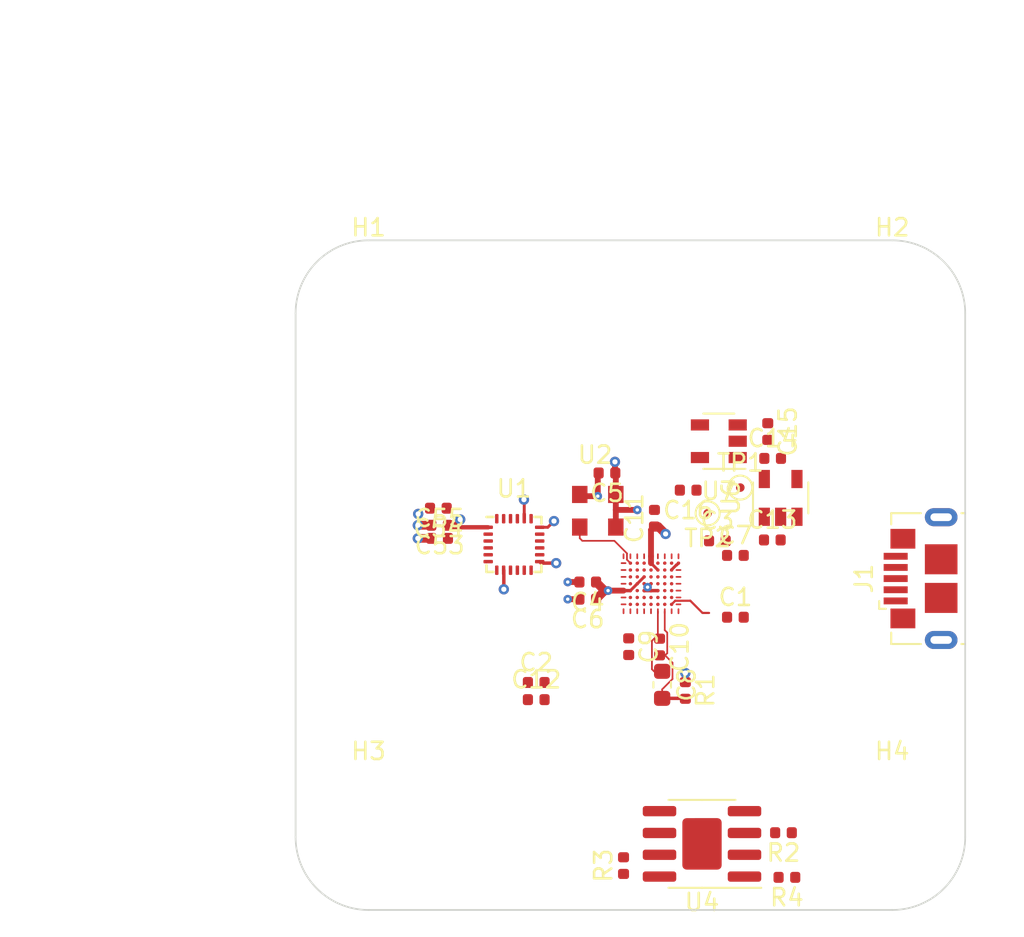
<source format=kicad_pcb>
(kicad_pcb (version 20171130) (host pcbnew 5.1.5+dfsg1-2build2)

  (general
    (thickness 1.6)
    (drawings 14)
    (tracks 101)
    (zones 0)
    (modules 36)
    (nets 87)
  )

  (page A4)
  (layers
    (0 F.Cu signal)
    (1 GND signal hide)
    (2 +3V3 power)
    (31 B.Cu signal)
    (32 B.Adhes user)
    (33 F.Adhes user)
    (34 B.Paste user)
    (35 F.Paste user)
    (36 B.SilkS user)
    (37 F.SilkS user)
    (38 B.Mask user)
    (39 F.Mask user)
    (40 Dwgs.User user)
    (41 Cmts.User user hide)
    (42 Eco1.User user hide)
    (43 Eco2.User user hide)
    (44 Edge.Cuts user)
    (45 Margin user hide)
    (46 B.CrtYd user hide)
    (47 F.CrtYd user hide)
    (48 B.Fab user hide)
    (49 F.Fab user)
  )

  (setup
    (last_trace_width 0.34)
    (user_trace_width 0.0762)
    (user_trace_width 0.1)
    (user_trace_width 0.127)
    (user_trace_width 0.17)
    (user_trace_width 0.2)
    (user_trace_width 0.254)
    (user_trace_width 0.34)
    (user_trace_width 0.508)
    (user_trace_width 0.762)
    (user_trace_width 0.887)
    (user_trace_width 1.27)
    (trace_clearance 0.0762)
    (zone_clearance 0.15)
    (zone_45_only no)
    (trace_min 0.0762)
    (via_size 0.6)
    (via_drill 0.3)
    (via_min_size 0.4)
    (via_min_drill 0.2)
    (user_via 0.5 0.2)
    (user_via 0.6 0.3)
    (user_via 0.8 0.4)
    (uvia_size 0.3)
    (uvia_drill 0.1)
    (uvias_allowed no)
    (uvia_min_size 0.2)
    (uvia_min_drill 0.1)
    (edge_width 0.1)
    (segment_width 0.2)
    (pcb_text_width 0.3)
    (pcb_text_size 1.5 1.5)
    (mod_edge_width 0.15)
    (mod_text_size 1 1)
    (mod_text_width 0.15)
    (pad_size 0.5 0.5)
    (pad_drill 0)
    (pad_to_mask_clearance 0)
    (aux_axis_origin 0 0)
    (visible_elements FFF9FF7F)
    (pcbplotparams
      (layerselection 0x010fc_ffffffff)
      (usegerberextensions false)
      (usegerberattributes false)
      (usegerberadvancedattributes false)
      (creategerberjobfile false)
      (excludeedgelayer true)
      (linewidth 0.100000)
      (plotframeref false)
      (viasonmask false)
      (mode 1)
      (useauxorigin false)
      (hpglpennumber 1)
      (hpglpenspeed 20)
      (hpglpendiameter 15.000000)
      (psnegative false)
      (psa4output false)
      (plotreference true)
      (plotvalue true)
      (plotinvisibletext false)
      (padsonsilk false)
      (subtractmaskfromsilk false)
      (outputformat 1)
      (mirror false)
      (drillshape 1)
      (scaleselection 1)
      (outputdirectory ""))
  )

  (net 0 "")
  (net 1 GND)
  (net 2 +3V3)
  (net 3 "Net-(C55-Pad2)")
  (net 4 IMU_SPI_MOSI)
  (net 5 IMU_SPI_SCLK)
  (net 6 IMU_SPI_CS)
  (net 7 "Net-(U1-Pad21)")
  (net 8 "Net-(U1-Pad12)")
  (net 9 "Net-(U1-Pad11)")
  (net 10 IMU_SPI_MISO)
  (net 11 "Net-(U1-Pad7)")
  (net 12 +1V2)
  (net 13 "Net-(C10-Pad2)")
  (net 14 "Net-(C10-Pad1)")
  (net 15 +5V)
  (net 16 "Net-(C15-Pad1)")
  (net 17 "Net-(J1-Pad6)")
  (net 18 "Net-(J1-Pad3)")
  (net 19 "Net-(J1-Pad4)")
  (net 20 "Net-(J1-Pad5)")
  (net 21 "Net-(J1-Pad1)")
  (net 22 "Net-(J1-Pad2)")
  (net 23 "Net-(R2-Pad2)")
  (net 24 "Net-(R3-Pad2)")
  (net 25 FLASH_CS)
  (net 26 CLK)
  (net 27 "Net-(U3-PadJ9)")
  (net 28 "Net-(U3-PadJ8)")
  (net 29 "Net-(U3-PadJ4)")
  (net 30 "Net-(U3-PadJ3)")
  (net 31 "Net-(U3-PadJ2)")
  (net 32 "Net-(U3-PadJ1)")
  (net 33 "Net-(U3-PadH9)")
  (net 34 "Net-(U3-PadH4)")
  (net 35 "Net-(U3-PadH2)")
  (net 36 "Net-(U3-PadH1)")
  (net 37 "Net-(U3-PadG9)")
  (net 38 "Net-(U3-PadG8)")
  (net 39 "Net-(U3-PadG4)")
  (net 40 "Net-(U3-PadG3)")
  (net 41 "Net-(U3-PadG2)")
  (net 42 "Net-(U3-PadG1)")
  (net 43 "Net-(U3-PadF8)")
  (net 44 "Net-(U3-PadF3)")
  (net 45 "Net-(U3-PadE8)")
  (net 46 "Net-(U3-PadE7)")
  (net 47 "Net-(U3-PadE2)")
  (net 48 "Net-(U3-PadE1)")
  (net 49 "Net-(U3-PadD9)")
  (net 50 "Net-(U3-PadD8)")
  (net 51 "Net-(U3-PadD7)")
  (net 52 "Net-(U3-PadD6)")
  (net 53 "Net-(U3-PadD5)")
  (net 54 "Net-(U3-PadD3)")
  (net 55 "Net-(U3-PadD2)")
  (net 56 "Net-(U3-PadD1)")
  (net 57 "Net-(U3-PadC9)")
  (net 58 "Net-(U3-PadC5)")
  (net 59 "Net-(U3-PadC4)")
  (net 60 "Net-(U3-PadC3)")
  (net 61 "Net-(U3-PadC2)")
  (net 62 "Net-(U3-PadC1)")
  (net 63 "Net-(U3-PadB8)")
  (net 64 "Net-(U3-PadB7)")
  (net 65 "Net-(U3-PadB6)")
  (net 66 "Net-(U3-PadB4)")
  (net 67 "Net-(U3-PadB3)")
  (net 68 "Net-(U3-PadB1)")
  (net 69 "Net-(U3-PadA9)")
  (net 70 "Net-(U3-PadA8)")
  (net 71 "Net-(U3-PadA7)")
  (net 72 "Net-(U3-PadA6)")
  (net 73 "Net-(U3-PadA4)")
  (net 74 "Net-(U3-PadA3)")
  (net 75 "Net-(U3-PadA2)")
  (net 76 "Net-(U3-PadA1)")
  (net 77 FLASH_SCLK)
  (net 78 FLASH_MOSI)
  (net 79 FLASH_MISO)
  (net 80 "Net-(U6-Pad4)")
  (net 81 "Net-(U7-Pad4)")
  (net 82 "Net-(U3-PadC7)")
  (net 83 "Net-(U3-PadE6)")
  (net 84 "Net-(U3-PadG5)")
  (net 85 "Net-(U3-PadH5)")
  (net 86 "Net-(U3-PadH6)")

  (net_class Default "This is the default net class."
    (clearance 0.0762)
    (trace_width 0.0762)
    (via_dia 0.6)
    (via_drill 0.3)
    (uvia_dia 0.3)
    (uvia_drill 0.1)
    (add_net +1V2)
    (add_net +3V3)
    (add_net +5V)
    (add_net CLK)
    (add_net FLASH_CS)
    (add_net FLASH_MISO)
    (add_net FLASH_MOSI)
    (add_net FLASH_SCLK)
    (add_net GND)
    (add_net IMU_SPI_CS)
    (add_net IMU_SPI_MISO)
    (add_net IMU_SPI_MOSI)
    (add_net IMU_SPI_SCLK)
    (add_net "Net-(C10-Pad1)")
    (add_net "Net-(C10-Pad2)")
    (add_net "Net-(C15-Pad1)")
    (add_net "Net-(C55-Pad2)")
    (add_net "Net-(J1-Pad1)")
    (add_net "Net-(J1-Pad2)")
    (add_net "Net-(J1-Pad3)")
    (add_net "Net-(J1-Pad4)")
    (add_net "Net-(J1-Pad5)")
    (add_net "Net-(J1-Pad6)")
    (add_net "Net-(R2-Pad2)")
    (add_net "Net-(R3-Pad2)")
    (add_net "Net-(U1-Pad11)")
    (add_net "Net-(U1-Pad12)")
    (add_net "Net-(U1-Pad21)")
    (add_net "Net-(U1-Pad7)")
    (add_net "Net-(U3-PadA1)")
    (add_net "Net-(U3-PadA2)")
    (add_net "Net-(U3-PadA3)")
    (add_net "Net-(U3-PadA4)")
    (add_net "Net-(U3-PadA6)")
    (add_net "Net-(U3-PadA7)")
    (add_net "Net-(U3-PadA8)")
    (add_net "Net-(U3-PadA9)")
    (add_net "Net-(U3-PadB1)")
    (add_net "Net-(U3-PadB3)")
    (add_net "Net-(U3-PadB4)")
    (add_net "Net-(U3-PadB6)")
    (add_net "Net-(U3-PadB7)")
    (add_net "Net-(U3-PadB8)")
    (add_net "Net-(U3-PadC1)")
    (add_net "Net-(U3-PadC2)")
    (add_net "Net-(U3-PadC3)")
    (add_net "Net-(U3-PadC4)")
    (add_net "Net-(U3-PadC5)")
    (add_net "Net-(U3-PadC7)")
    (add_net "Net-(U3-PadC9)")
    (add_net "Net-(U3-PadD1)")
    (add_net "Net-(U3-PadD2)")
    (add_net "Net-(U3-PadD3)")
    (add_net "Net-(U3-PadD5)")
    (add_net "Net-(U3-PadD6)")
    (add_net "Net-(U3-PadD7)")
    (add_net "Net-(U3-PadD8)")
    (add_net "Net-(U3-PadD9)")
    (add_net "Net-(U3-PadE1)")
    (add_net "Net-(U3-PadE2)")
    (add_net "Net-(U3-PadE6)")
    (add_net "Net-(U3-PadE7)")
    (add_net "Net-(U3-PadE8)")
    (add_net "Net-(U3-PadF3)")
    (add_net "Net-(U3-PadF8)")
    (add_net "Net-(U3-PadG1)")
    (add_net "Net-(U3-PadG2)")
    (add_net "Net-(U3-PadG3)")
    (add_net "Net-(U3-PadG4)")
    (add_net "Net-(U3-PadG5)")
    (add_net "Net-(U3-PadG8)")
    (add_net "Net-(U3-PadG9)")
    (add_net "Net-(U3-PadH1)")
    (add_net "Net-(U3-PadH2)")
    (add_net "Net-(U3-PadH4)")
    (add_net "Net-(U3-PadH5)")
    (add_net "Net-(U3-PadH6)")
    (add_net "Net-(U3-PadH9)")
    (add_net "Net-(U3-PadJ1)")
    (add_net "Net-(U3-PadJ2)")
    (add_net "Net-(U3-PadJ3)")
    (add_net "Net-(U3-PadJ4)")
    (add_net "Net-(U3-PadJ8)")
    (add_net "Net-(U3-PadJ9)")
    (add_net "Net-(U6-Pad4)")
    (add_net "Net-(U7-Pad4)")
  )

  (module MountingHole:MountingHole_4mm (layer F.Cu) (tedit 56D1B4CB) (tstamp 5EED9E55)
    (at 134.75 134.75)
    (descr "Mounting Hole 4mm, no annular")
    (tags "mounting hole 4mm no annular")
    (path /5EE79C56/5EEE9E21)
    (attr virtual)
    (fp_text reference H4 (at 0 -5) (layer F.SilkS)
      (effects (font (size 1 1) (thickness 0.15)))
    )
    (fp_text value MountingHole (at 0 5) (layer F.Fab)
      (effects (font (size 1 1) (thickness 0.15)))
    )
    (fp_circle (center 0 0) (end 4.25 0) (layer F.CrtYd) (width 0.05))
    (fp_circle (center 0 0) (end 4 0) (layer Cmts.User) (width 0.15))
    (fp_text user %R (at 0 -3.75) (layer F.Fab)
      (effects (font (size 1 1) (thickness 0.15)))
    )
    (pad 1 np_thru_hole circle (at 0 0) (size 4 4) (drill 4) (layers *.Cu *.Mask))
  )

  (module MountingHole:MountingHole_4mm (layer F.Cu) (tedit 56D1B4CB) (tstamp 5EED99B3)
    (at 104.25 134.75)
    (descr "Mounting Hole 4mm, no annular")
    (tags "mounting hole 4mm no annular")
    (path /5EE79C56/5EEE9E1B)
    (attr virtual)
    (fp_text reference H3 (at 0 -5) (layer F.SilkS)
      (effects (font (size 1 1) (thickness 0.15)))
    )
    (fp_text value MountingHole (at 0 5) (layer F.Fab)
      (effects (font (size 1 1) (thickness 0.15)))
    )
    (fp_circle (center 0 0) (end 4.25 0) (layer F.CrtYd) (width 0.05))
    (fp_circle (center 0 0) (end 4 0) (layer Cmts.User) (width 0.15))
    (fp_text user %R (at 0.3 0) (layer F.Fab)
      (effects (font (size 1 1) (thickness 0.15)))
    )
    (pad 1 np_thru_hole circle (at 0 0) (size 4 4) (drill 4) (layers *.Cu *.Mask))
  )

  (module MountingHole:MountingHole_4mm (layer F.Cu) (tedit 56D1B4CB) (tstamp 5EED9C1A)
    (at 134.75 104.25)
    (descr "Mounting Hole 4mm, no annular")
    (tags "mounting hole 4mm no annular")
    (path /5EE79C56/5EEE8D40)
    (attr virtual)
    (fp_text reference H2 (at 0 -5) (layer F.SilkS)
      (effects (font (size 1 1) (thickness 0.15)))
    )
    (fp_text value MountingHole (at 0 5) (layer F.Fab)
      (effects (font (size 1 1) (thickness 0.15)))
    )
    (fp_circle (center 0 0) (end 4.25 0) (layer F.CrtYd) (width 0.05))
    (fp_circle (center 0 0) (end 4 0) (layer Cmts.User) (width 0.15))
    (fp_text user %R (at 0.3 0) (layer F.Fab)
      (effects (font (size 1 1) (thickness 0.15)))
    )
    (pad 1 np_thru_hole circle (at 0 0) (size 4 4) (drill 4) (layers *.Cu *.Mask))
  )

  (module MountingHole:MountingHole_4mm (layer F.Cu) (tedit 56D1B4CB) (tstamp 5EED948A)
    (at 104.25 104.25)
    (descr "Mounting Hole 4mm, no annular")
    (tags "mounting hole 4mm no annular")
    (path /5EE79C56/5EEE7F0B)
    (attr virtual)
    (fp_text reference H1 (at 0 -5) (layer F.SilkS)
      (effects (font (size 1 1) (thickness 0.15)))
    )
    (fp_text value MountingHole (at 0 5) (layer F.Fab)
      (effects (font (size 1 1) (thickness 0.15)))
    )
    (fp_circle (center 0 0) (end 4.25 0) (layer F.CrtYd) (width 0.05))
    (fp_circle (center 0 0) (end 4 0) (layer Cmts.User) (width 0.15))
    (fp_text user %R (at 0.3 0) (layer F.Fab)
      (effects (font (size 1 1) (thickness 0.15)))
    )
    (pad 1 np_thru_hole circle (at 0 0) (size 4 4) (drill 4) (layers *.Cu *.Mask))
  )

  (module Package_TO_SOT_SMD:SOT-23-5 (layer F.Cu) (tedit 5EED0064) (tstamp 5EEDD0E7)
    (at 124.65 111.7 180)
    (descr "5-pin SOT23 package")
    (tags SOT-23-5)
    (path /5EE555E5/5F002974)
    (attr smd)
    (fp_text reference U7 (at 0 -2.9) (layer F.SilkS)
      (effects (font (size 1 1) (thickness 0.15)))
    )
    (fp_text value MIC5504-1.2YM5 (at 0 2.9) (layer F.Fab)
      (effects (font (size 1 1) (thickness 0.15)))
    )
    (fp_line (start 0.9 -1.55) (end 0.9 1.55) (layer F.Fab) (width 0.1))
    (fp_line (start 0.9 1.55) (end -0.9 1.55) (layer F.Fab) (width 0.1))
    (fp_line (start -0.9 -0.9) (end -0.9 1.55) (layer F.Fab) (width 0.1))
    (fp_line (start 0.9 -1.55) (end -0.25 -1.55) (layer F.Fab) (width 0.1))
    (fp_line (start -0.9 -0.9) (end -0.25 -1.55) (layer F.Fab) (width 0.1))
    (fp_line (start -1.9 1.8) (end -1.9 -1.8) (layer F.CrtYd) (width 0.05))
    (fp_line (start 1.9 1.8) (end -1.9 1.8) (layer F.CrtYd) (width 0.05))
    (fp_line (start 1.9 -1.8) (end 1.9 1.8) (layer F.CrtYd) (width 0.05))
    (fp_line (start -1.9 -1.8) (end 1.9 -1.8) (layer F.CrtYd) (width 0.05))
    (fp_line (start 0.9 -1.61) (end -1.55 -1.61) (layer F.SilkS) (width 0.12))
    (fp_line (start -0.9 1.61) (end 0.9 1.61) (layer F.SilkS) (width 0.12))
    (fp_text user %R (at 0 0 90) (layer F.Fab)
      (effects (font (size 0.5 0.5) (thickness 0.075)))
    )
    (pad 5 smd rect (at 1.1 -0.95 180) (size 1.06 0.65) (layers F.Cu F.Paste F.Mask)
      (net 12 +1V2))
    (pad 4 smd rect (at 1.1 0.95 180) (size 1.06 0.65) (layers F.Cu F.Paste F.Mask)
      (net 81 "Net-(U7-Pad4)"))
    (pad 3 smd rect (at -1.1 0.95 180) (size 1.06 0.65) (layers F.Cu F.Paste F.Mask)
      (net 16 "Net-(C15-Pad1)"))
    (pad 2 smd rect (at -1.1 0 180) (size 1.06 0.65) (layers F.Cu F.Paste F.Mask)
      (net 1 GND))
    (pad 1 smd rect (at -1.1 -0.95 180) (size 1.06 0.65) (layers F.Cu F.Paste F.Mask)
      (net 2 +3V3))
    (model ${KISYS3DMOD}/Package_TO_SOT_SMD.3dshapes/SOT-23-5.wrl
      (at (xyz 0 0 0))
      (scale (xyz 1 1 1))
      (rotate (xyz 0 0 0))
    )
  )

  (module fc1:CM81 (layer F.Cu) (tedit 5EEC5AE4) (tstamp 5EECF0D4)
    (at 120.7 120)
    (path /5EE79C56/5EF0A107)
    (attr smd)
    (fp_text reference U3 (at 0 1.2091) (layer F.Fab)
      (effects (font (size 1 1) (thickness 0.15)))
    )
    (fp_text value iCE40-LP8K-CM81 (at 0.006 -0.4909) (layer F.Fab)
      (effects (font (size 0.2 0.2) (thickness 0.03175)))
    )
    (fp_circle (center -1.45 -1.45) (end -1.25 -1.25) (layer F.Fab) (width 0.15))
    (fp_line (start -2 -2) (end -1.95 -2) (layer F.Fab) (width 0.15))
    (fp_line (start -2 2) (end -2 -2) (layer F.Fab) (width 0.15))
    (fp_line (start 2 2) (end -2 2) (layer F.Fab) (width 0.15))
    (fp_line (start 2 -2) (end 2 2) (layer F.Fab) (width 0.15))
    (fp_line (start -1.975 -2) (end 2 -2) (layer F.Fab) (width 0.15))
    (pad A1 smd oval (at -1.6 -1.6) (size 0.1 0.335) (layers F.Cu F.Paste F.Mask)
      (net 76 "Net-(U3-PadA1)") (solder_mask_margin 0.05))
    (pad A2 smd oval (at -1.2 -1.6) (size 0.1 0.33) (layers F.Cu F.Paste F.Mask)
      (net 75 "Net-(U3-PadA2)") (solder_mask_margin 0.05))
    (pad A3 smd oval (at -0.8 -1.6) (size 0.1 0.335) (layers F.Cu F.Paste F.Mask)
      (net 74 "Net-(U3-PadA3)") (solder_mask_margin 0.05))
    (pad A4 smd oval (at -0.4 -1.6) (size 0.1 0.335) (layers F.Cu F.Paste F.Mask)
      (net 73 "Net-(U3-PadA4)") (solder_mask_margin 0.05))
    (pad A5 smd circle (at 0 -1.6) (size 0.2 0.2) (layers F.Cu F.Paste F.Mask)
      (net 2 +3V3) (solder_mask_margin 0.05))
    (pad A6 smd oval (at 0.4 -1.6) (size 0.1 0.335) (layers F.Cu F.Paste F.Mask)
      (net 72 "Net-(U3-PadA6)") (solder_mask_margin 0.05))
    (pad A7 smd oval (at 0.8 -1.6) (size 0.1 0.335) (layers F.Cu F.Paste F.Mask)
      (net 71 "Net-(U3-PadA7)") (solder_mask_margin 0.05))
    (pad A8 smd oval (at 1.2 -1.6) (size 0.1 0.335) (layers F.Cu F.Paste F.Mask)
      (net 70 "Net-(U3-PadA8)") (solder_mask_margin 0.05))
    (pad A9 smd oval (at 1.6 -1.6) (size 0.1 0.335) (layers F.Cu F.Paste F.Mask)
      (net 69 "Net-(U3-PadA9)") (solder_mask_margin 0.05))
    (pad B1 smd oval (at -1.6 -1.2) (size 0.33 0.1) (layers F.Cu F.Paste F.Mask)
      (net 68 "Net-(U3-PadB1)") (solder_mask_margin 0.05))
    (pad B2 smd circle (at -1.2 -1.2) (size 0.2 0.2) (layers F.Cu F.Paste F.Mask)
      (net 26 CLK) (solder_mask_margin 0.05))
    (pad B3 smd circle (at -0.8 -1.2) (size 0.2 0.2) (layers F.Cu F.Paste F.Mask)
      (net 67 "Net-(U3-PadB3)") (solder_mask_margin 0.05))
    (pad B4 smd circle (at -0.4 -1.2) (size 0.2 0.2) (layers F.Cu F.Paste F.Mask)
      (net 66 "Net-(U3-PadB4)") (solder_mask_margin 0.05))
    (pad B5 smd circle (at 0 -1.2) (size 0.2 0.2) (layers F.Cu F.Paste F.Mask)
      (net 2 +3V3) (solder_mask_margin 0.05))
    (pad B6 smd circle (at 0.4 -1.2) (size 0.2 0.2) (layers F.Cu F.Paste F.Mask)
      (net 65 "Net-(U3-PadB6)") (solder_mask_margin 0.05))
    (pad B7 smd circle (at 0.8 -1.2) (size 0.2 0.2) (layers F.Cu F.Paste F.Mask)
      (net 64 "Net-(U3-PadB7)") (solder_mask_margin 0.05))
    (pad B8 smd circle (at 1.2 -1.2) (size 0.2 0.2) (layers F.Cu F.Paste F.Mask)
      (net 63 "Net-(U3-PadB8)") (solder_mask_margin 0.05))
    (pad B9 smd circle (at 1.6 -1.2) (size 0.2 0.2) (layers F.Cu F.Paste F.Mask)
      (net 2 +3V3) (solder_mask_margin 0.05))
    (pad C1 smd oval (at -1.6 -0.8) (size 0.335 0.1) (layers F.Cu F.Paste F.Mask)
      (net 62 "Net-(U3-PadC1)") (solder_mask_margin 0.05))
    (pad C2 smd circle (at -1.2 -0.8) (size 0.2 0.2) (layers F.Cu F.Paste F.Mask)
      (net 61 "Net-(U3-PadC2)") (solder_mask_margin 0.05))
    (pad C3 smd circle (at -0.8 -0.8) (size 0.2 0.2) (layers F.Cu F.Paste F.Mask)
      (net 60 "Net-(U3-PadC3)") (solder_mask_margin 0.05))
    (pad C4 smd circle (at -0.4 -0.8) (size 0.2 0.2) (layers F.Cu F.Paste F.Mask)
      (net 59 "Net-(U3-PadC4)") (solder_mask_margin 0.05))
    (pad C5 smd circle (at 0 -0.8) (size 0.2 0.2) (layers F.Cu F.Paste F.Mask)
      (net 58 "Net-(U3-PadC5)") (solder_mask_margin 0.05))
    (pad C6 smd circle (at 0.4 -0.8) (size 0.2 0.2) (layers F.Cu F.Paste F.Mask)
      (net 2 +3V3) (solder_mask_margin 0.05))
    (pad C7 smd circle (at 0.8 -0.8) (size 0.2 0.2) (layers F.Cu F.Paste F.Mask)
      (net 82 "Net-(U3-PadC7)") (solder_mask_margin 0.05))
    (pad C8 smd circle (at 1.2 -0.8) (size 0.2 0.2) (layers F.Cu F.Paste F.Mask)
      (net 2 +3V3) (solder_mask_margin 0.05))
    (pad C9 smd oval (at 1.6 -0.8) (size 0.335 0.1) (layers F.Cu F.Paste F.Mask)
      (net 57 "Net-(U3-PadC9)") (solder_mask_margin 0.05))
    (pad D1 smd oval (at -1.6 -0.4) (size 0.335 0.1) (layers F.Cu F.Paste F.Mask)
      (net 56 "Net-(U3-PadD1)") (solder_mask_margin 0.05))
    (pad D2 smd circle (at -1.2 -0.4) (size 0.2 0.2) (layers F.Cu F.Paste F.Mask)
      (net 55 "Net-(U3-PadD2)") (solder_mask_margin 0.05))
    (pad D3 smd circle (at -0.8 -0.4) (size 0.2 0.2) (layers F.Cu F.Paste F.Mask)
      (net 54 "Net-(U3-PadD3)") (solder_mask_margin 0.05))
    (pad D4 smd circle (at -0.4 -0.4) (size 0.2 0.2) (layers F.Cu F.Paste F.Mask)
      (net 12 +1V2) (solder_mask_margin 0.05))
    (pad D5 smd circle (at 0 -0.4) (size 0.2 0.2) (layers F.Cu F.Paste F.Mask)
      (net 53 "Net-(U3-PadD5)") (solder_mask_margin 0.05))
    (pad D6 smd circle (at 0.4 -0.4) (size 0.2 0.2) (layers F.Cu F.Paste F.Mask)
      (net 52 "Net-(U3-PadD6)") (solder_mask_margin 0.05))
    (pad D7 smd circle (at 0.8 -0.4) (size 0.2 0.2) (layers F.Cu F.Paste F.Mask)
      (net 51 "Net-(U3-PadD7)") (solder_mask_margin 0.05))
    (pad D8 smd circle (at 1.2 -0.4) (size 0.2 0.2) (layers F.Cu F.Paste F.Mask)
      (net 50 "Net-(U3-PadD8)") (solder_mask_margin 0.05))
    (pad D9 smd oval (at 1.6 -0.4) (size 0.335 0.1) (layers F.Cu F.Paste F.Mask)
      (net 49 "Net-(U3-PadD9)") (solder_mask_margin 0.05))
    (pad E1 smd oval (at -1.6 0) (size 0.335 0.1) (layers F.Cu F.Paste F.Mask)
      (net 48 "Net-(U3-PadE1)") (solder_mask_margin 0.05))
    (pad E2 smd circle (at -1.2 0) (size 0.2 0.2) (layers F.Cu F.Paste F.Mask)
      (net 47 "Net-(U3-PadE2)") (solder_mask_margin 0.05))
    (pad E3 smd circle (at -0.8 0) (size 0.2 0.2) (layers F.Cu F.Paste F.Mask)
      (net 12 +1V2) (solder_mask_margin 0.05))
    (pad E4 smd circle (at -0.4 0) (size 0.2 0.2) (layers F.Cu F.Paste F.Mask)
      (net 1 GND) (solder_mask_margin 0.05))
    (pad E5 smd circle (at 0 0) (size 0.2 0.2) (layers F.Cu F.Paste F.Mask)
      (net 1 GND) (solder_mask_margin 0.05))
    (pad E6 smd circle (at 0.4 0) (size 0.2 0.2) (layers F.Cu F.Paste F.Mask)
      (net 83 "Net-(U3-PadE6)") (solder_mask_margin 0.05))
    (pad E7 smd circle (at 0.8 0) (size 0.2 0.2) (layers F.Cu F.Paste F.Mask)
      (net 46 "Net-(U3-PadE7)") (solder_mask_margin 0.05))
    (pad E8 smd circle (at 1.2 0) (size 0.2 0.2) (layers F.Cu F.Paste F.Mask)
      (net 45 "Net-(U3-PadE8)") (solder_mask_margin 0.05))
    (pad E9 smd oval (at 1.6 0) (size 0.335 0.1) (layers F.Cu F.Paste F.Mask)
      (net 12 +1V2) (solder_mask_margin 0.05))
    (pad F1 smd circle (at -1.6 0.4) (size 0.2 0.2) (layers F.Cu F.Paste F.Mask)
      (net 12 +1V2) (solder_mask_margin 0.05))
    (pad F2 smd circle (at -1.2 0.4) (size 0.2 0.2) (layers F.Cu F.Paste F.Mask)
      (net 12 +1V2) (solder_mask_margin 0.05))
    (pad F3 smd circle (at -0.8 0.4) (size 0.2 0.2) (layers F.Cu F.Paste F.Mask)
      (net 44 "Net-(U3-PadF3)") (solder_mask_margin 0.05))
    (pad F4 smd circle (at -0.4 0.4) (size 0.2 0.2) (layers F.Cu F.Paste F.Mask)
      (net 1 GND) (solder_mask_margin 0.05))
    (pad F5 smd circle (at 0 0.4) (size 0.2 0.2) (layers F.Cu F.Paste F.Mask)
      (net 1 GND) (solder_mask_margin 0.05))
    (pad F6 smd circle (at 0.4 0.4) (size 0.2 0.2) (layers F.Cu F.Paste F.Mask)
      (net 1 GND) (solder_mask_margin 0.05))
    (pad F7 smd circle (at 0.8 0.4) (size 0.2 0.2) (layers F.Cu F.Paste F.Mask)
      (net 25 FLASH_CS) (solder_mask_margin 0.05))
    (pad F8 smd circle (at 1.2 0.4) (size 0.2 0.2) (layers F.Cu F.Paste F.Mask)
      (net 43 "Net-(U3-PadF8)") (solder_mask_margin 0.05))
    (pad F9 smd oval (at 1.6 0.4) (size 0.335 0.1) (layers F.Cu F.Paste F.Mask)
      (net 1 GND) (solder_mask_margin 0.05))
    (pad G1 smd oval (at -1.6 0.8) (size 0.335 0.1) (layers F.Cu F.Paste F.Mask)
      (net 42 "Net-(U3-PadG1)") (solder_mask_margin 0.05))
    (pad G2 smd circle (at -1.2 0.8) (size 0.2 0.2) (layers F.Cu F.Paste F.Mask)
      (net 41 "Net-(U3-PadG2)") (solder_mask_margin 0.05))
    (pad G3 smd circle (at -0.8 0.8) (size 0.2 0.2) (layers F.Cu F.Paste F.Mask)
      (net 40 "Net-(U3-PadG3)") (solder_mask_margin 0.05))
    (pad G4 smd circle (at -0.4 0.8) (size 0.2 0.2) (layers F.Cu F.Paste F.Mask)
      (net 39 "Net-(U3-PadG4)") (solder_mask_margin 0.05))
    (pad G5 smd circle (at 0 0.8) (size 0.2 0.2) (layers F.Cu F.Paste F.Mask)
      (net 84 "Net-(U3-PadG5)") (solder_mask_margin 0.05))
    (pad G6 smd circle (at 0.4 0.8) (size 0.2 0.2) (layers F.Cu F.Paste F.Mask)
      (net 78 FLASH_MOSI) (solder_mask_margin 0.05))
    (pad G7 smd circle (at 0.8 0.8) (size 0.2 0.2) (layers F.Cu F.Paste F.Mask)
      (net 77 FLASH_SCLK) (solder_mask_margin 0.05))
    (pad G8 smd circle (at 1.2 0.8) (size 0.2 0.2) (layers F.Cu F.Paste F.Mask)
      (net 38 "Net-(U3-PadG8)") (solder_mask_margin 0.05))
    (pad G9 smd oval (at 1.6 0.8) (size 0.335 0.1) (layers F.Cu F.Paste F.Mask)
      (net 37 "Net-(U3-PadG9)") (solder_mask_margin 0.05))
    (pad H1 smd oval (at -1.6 1.2) (size 0.33 0.1) (layers F.Cu F.Paste F.Mask)
      (net 36 "Net-(U3-PadH1)") (solder_mask_margin 0.05))
    (pad H2 smd circle (at -1.2 1.2) (size 0.2 0.2) (layers F.Cu F.Paste F.Mask)
      (net 35 "Net-(U3-PadH2)") (solder_mask_margin 0.05))
    (pad H3 smd circle (at -0.8 1.2) (size 0.2 0.2) (layers F.Cu F.Paste F.Mask)
      (net 2 +3V3) (solder_mask_margin 0.05))
    (pad H4 smd circle (at -0.4 1.2) (size 0.2 0.2) (layers F.Cu F.Paste F.Mask)
      (net 34 "Net-(U3-PadH4)") (solder_mask_margin 0.05))
    (pad H5 smd circle (at 0 1.2) (size 0.2 0.2) (layers F.Cu F.Paste F.Mask)
      (net 85 "Net-(U3-PadH5)") (solder_mask_margin 0.05))
    (pad H6 smd circle (at 0.4 1.2) (size 0.2 0.2) (layers F.Cu F.Paste F.Mask)
      (net 86 "Net-(U3-PadH6)") (solder_mask_margin 0.05))
    (pad H7 smd circle (at 0.8 1.2) (size 0.2 0.2) (layers F.Cu F.Paste F.Mask)
      (net 79 FLASH_MISO) (solder_mask_margin 0.05) (clearance 0.1))
    (pad H8 smd circle (at 1.2 1.2) (size 0.2 0.2) (layers F.Cu F.Paste F.Mask)
      (net 2 +3V3) (solder_mask_margin 0.05))
    (pad H9 smd oval (at 1.6 1.2) (size 0.33 0.1) (layers F.Cu F.Paste F.Mask)
      (net 33 "Net-(U3-PadH9)") (solder_mask_margin 0.05))
    (pad J1 smd oval (at -1.6 1.6) (size 0.1 0.335) (layers F.Cu F.Paste F.Mask)
      (net 32 "Net-(U3-PadJ1)") (solder_mask_margin 0.05) (clearance 0.1))
    (pad J2 smd oval (at -1.2 1.6) (size 0.1 0.33) (layers F.Cu F.Paste F.Mask)
      (net 31 "Net-(U3-PadJ2)") (solder_mask_margin 0.05))
    (pad J3 smd oval (at -0.8 1.6) (size 0.1 0.335) (layers F.Cu F.Paste F.Mask)
      (net 30 "Net-(U3-PadJ3)") (solder_mask_margin 0.05))
    (pad J4 smd oval (at -0.4 1.6) (size 0.1 0.335) (layers F.Cu F.Paste F.Mask)
      (net 29 "Net-(U3-PadJ4)") (solder_mask_margin 0.05))
    (pad J5 smd oval (at 0 1.6) (size 0.1 0.335) (layers F.Cu F.Paste F.Mask)
      (net 2 +3V3) (solder_mask_margin 0.05))
    (pad J6 smd oval (at 0.4 1.6) (size 0.1 0.335) (layers F.Cu F.Paste F.Mask)
      (net 14 "Net-(C10-Pad1)") (solder_mask_margin 0.05))
    (pad J7 smd oval (at 0.8 1.6) (size 0.1 0.335) (layers F.Cu F.Paste F.Mask)
      (net 13 "Net-(C10-Pad2)") (solder_mask_margin 0.05))
    (pad J8 smd oval (at 1.2 1.6) (size 0.1 0.33) (layers F.Cu F.Paste F.Mask)
      (net 28 "Net-(U3-PadJ8)") (solder_mask_margin 0.05))
    (pad J9 smd oval (at 1.6 1.6) (size 0.1 0.335) (layers F.Cu F.Paste F.Mask)
      (net 27 "Net-(U3-PadJ9)") (solder_mask_margin 0.05))
    (model :fp_home:UCBGA-81_9x9_4x4mm_Pitch0.4mm.wrl
      (at (xyz 0 0 0))
      (scale (xyz 1 1 1))
      (rotate (xyz 0 0 0))
    )
  )

  (module Resistor_SMD:R_0402_1005Metric (layer F.Cu) (tedit 5B301BBD) (tstamp 5EED457D)
    (at 128.615 137.1 180)
    (descr "Resistor SMD 0402 (1005 Metric), square (rectangular) end terminal, IPC_7351 nominal, (Body size source: http://www.tortai-tech.com/upload/download/2011102023233369053.pdf), generated with kicad-footprint-generator")
    (tags resistor)
    (path /5EE79C56/5F06E2B6)
    (attr smd)
    (fp_text reference R4 (at 0 -1.17) (layer F.SilkS)
      (effects (font (size 1 1) (thickness 0.15)))
    )
    (fp_text value 10k (at 0 1.17) (layer F.Fab)
      (effects (font (size 1 1) (thickness 0.15)))
    )
    (fp_text user %R (at 0 0) (layer F.Fab)
      (effects (font (size 0.25 0.25) (thickness 0.04)))
    )
    (fp_line (start 0.93 0.47) (end -0.93 0.47) (layer F.CrtYd) (width 0.05))
    (fp_line (start 0.93 -0.47) (end 0.93 0.47) (layer F.CrtYd) (width 0.05))
    (fp_line (start -0.93 -0.47) (end 0.93 -0.47) (layer F.CrtYd) (width 0.05))
    (fp_line (start -0.93 0.47) (end -0.93 -0.47) (layer F.CrtYd) (width 0.05))
    (fp_line (start 0.5 0.25) (end -0.5 0.25) (layer F.Fab) (width 0.1))
    (fp_line (start 0.5 -0.25) (end 0.5 0.25) (layer F.Fab) (width 0.1))
    (fp_line (start -0.5 -0.25) (end 0.5 -0.25) (layer F.Fab) (width 0.1))
    (fp_line (start -0.5 0.25) (end -0.5 -0.25) (layer F.Fab) (width 0.1))
    (pad 2 smd roundrect (at 0.485 0 180) (size 0.59 0.64) (layers F.Cu F.Paste F.Mask) (roundrect_rratio 0.25)
      (net 25 FLASH_CS))
    (pad 1 smd roundrect (at -0.485 0 180) (size 0.59 0.64) (layers F.Cu F.Paste F.Mask) (roundrect_rratio 0.25)
      (net 2 +3V3))
    (model ${KISYS3DMOD}/Resistor_SMD.3dshapes/R_0402_1005Metric.wrl
      (at (xyz 0 0 0))
      (scale (xyz 1 1 1))
      (rotate (xyz 0 0 0))
    )
  )

  (module Resistor_SMD:R_0402_1005Metric (layer F.Cu) (tedit 5B301BBD) (tstamp 5EEDA1FB)
    (at 119.1 136.415 90)
    (descr "Resistor SMD 0402 (1005 Metric), square (rectangular) end terminal, IPC_7351 nominal, (Body size source: http://www.tortai-tech.com/upload/download/2011102023233369053.pdf), generated with kicad-footprint-generator")
    (tags resistor)
    (path /5EE79C56/5F030FAB)
    (attr smd)
    (fp_text reference R3 (at 0 -1.17 90) (layer F.SilkS)
      (effects (font (size 1 1) (thickness 0.15)))
    )
    (fp_text value 10k (at 0 1.17 90) (layer F.Fab)
      (effects (font (size 1 1) (thickness 0.15)))
    )
    (fp_text user %R (at 0 0 90) (layer F.Fab)
      (effects (font (size 0.25 0.25) (thickness 0.04)))
    )
    (fp_line (start 0.93 0.47) (end -0.93 0.47) (layer F.CrtYd) (width 0.05))
    (fp_line (start 0.93 -0.47) (end 0.93 0.47) (layer F.CrtYd) (width 0.05))
    (fp_line (start -0.93 -0.47) (end 0.93 -0.47) (layer F.CrtYd) (width 0.05))
    (fp_line (start -0.93 0.47) (end -0.93 -0.47) (layer F.CrtYd) (width 0.05))
    (fp_line (start 0.5 0.25) (end -0.5 0.25) (layer F.Fab) (width 0.1))
    (fp_line (start 0.5 -0.25) (end 0.5 0.25) (layer F.Fab) (width 0.1))
    (fp_line (start -0.5 -0.25) (end 0.5 -0.25) (layer F.Fab) (width 0.1))
    (fp_line (start -0.5 0.25) (end -0.5 -0.25) (layer F.Fab) (width 0.1))
    (pad 2 smd roundrect (at 0.485 0 90) (size 0.59 0.64) (layers F.Cu F.Paste F.Mask) (roundrect_rratio 0.25)
      (net 24 "Net-(R3-Pad2)"))
    (pad 1 smd roundrect (at -0.485 0 90) (size 0.59 0.64) (layers F.Cu F.Paste F.Mask) (roundrect_rratio 0.25)
      (net 2 +3V3))
    (model ${KISYS3DMOD}/Resistor_SMD.3dshapes/R_0402_1005Metric.wrl
      (at (xyz 0 0 0))
      (scale (xyz 1 1 1))
      (rotate (xyz 0 0 0))
    )
  )

  (module Resistor_SMD:R_0402_1005Metric (layer F.Cu) (tedit 5B301BBD) (tstamp 5EED454D)
    (at 128.415 134.5 180)
    (descr "Resistor SMD 0402 (1005 Metric), square (rectangular) end terminal, IPC_7351 nominal, (Body size source: http://www.tortai-tech.com/upload/download/2011102023233369053.pdf), generated with kicad-footprint-generator")
    (tags resistor)
    (path /5EE79C56/5F03405E)
    (attr smd)
    (fp_text reference R2 (at 0 -1.17) (layer F.SilkS)
      (effects (font (size 1 1) (thickness 0.15)))
    )
    (fp_text value 10k (at 0 1.17) (layer F.Fab)
      (effects (font (size 1 1) (thickness 0.15)))
    )
    (fp_text user %R (at 0 0) (layer F.Fab)
      (effects (font (size 0.25 0.25) (thickness 0.04)))
    )
    (fp_line (start 0.93 0.47) (end -0.93 0.47) (layer F.CrtYd) (width 0.05))
    (fp_line (start 0.93 -0.47) (end 0.93 0.47) (layer F.CrtYd) (width 0.05))
    (fp_line (start -0.93 -0.47) (end 0.93 -0.47) (layer F.CrtYd) (width 0.05))
    (fp_line (start -0.93 0.47) (end -0.93 -0.47) (layer F.CrtYd) (width 0.05))
    (fp_line (start 0.5 0.25) (end -0.5 0.25) (layer F.Fab) (width 0.1))
    (fp_line (start 0.5 -0.25) (end 0.5 0.25) (layer F.Fab) (width 0.1))
    (fp_line (start -0.5 -0.25) (end 0.5 -0.25) (layer F.Fab) (width 0.1))
    (fp_line (start -0.5 0.25) (end -0.5 -0.25) (layer F.Fab) (width 0.1))
    (pad 2 smd roundrect (at 0.485 0 180) (size 0.59 0.64) (layers F.Cu F.Paste F.Mask) (roundrect_rratio 0.25)
      (net 23 "Net-(R2-Pad2)"))
    (pad 1 smd roundrect (at -0.485 0 180) (size 0.59 0.64) (layers F.Cu F.Paste F.Mask) (roundrect_rratio 0.25)
      (net 2 +3V3))
    (model ${KISYS3DMOD}/Resistor_SMD.3dshapes/R_0402_1005Metric.wrl
      (at (xyz 0 0 0))
      (scale (xyz 1 1 1))
      (rotate (xyz 0 0 0))
    )
  )

  (module Resistor_SMD:R_0402_1005Metric (layer F.Cu) (tedit 5B301BBD) (tstamp 5EF016EC)
    (at 122.7 126.215 270)
    (descr "Resistor SMD 0402 (1005 Metric), square (rectangular) end terminal, IPC_7351 nominal, (Body size source: http://www.tortai-tech.com/upload/download/2011102023233369053.pdf), generated with kicad-footprint-generator")
    (tags resistor)
    (path /5EE79C56/5EF8E61A)
    (attr smd)
    (fp_text reference R1 (at 0 -1.17 90) (layer F.SilkS)
      (effects (font (size 1 1) (thickness 0.15)))
    )
    (fp_text value 100 (at 0 1.17 90) (layer F.Fab)
      (effects (font (size 1 1) (thickness 0.15)))
    )
    (fp_text user %R (at 0 0 90) (layer F.Fab)
      (effects (font (size 0.25 0.25) (thickness 0.04)))
    )
    (fp_line (start 0.93 0.47) (end -0.93 0.47) (layer F.CrtYd) (width 0.05))
    (fp_line (start 0.93 -0.47) (end 0.93 0.47) (layer F.CrtYd) (width 0.05))
    (fp_line (start -0.93 -0.47) (end 0.93 -0.47) (layer F.CrtYd) (width 0.05))
    (fp_line (start -0.93 0.47) (end -0.93 -0.47) (layer F.CrtYd) (width 0.05))
    (fp_line (start 0.5 0.25) (end -0.5 0.25) (layer F.Fab) (width 0.1))
    (fp_line (start 0.5 -0.25) (end 0.5 0.25) (layer F.Fab) (width 0.1))
    (fp_line (start -0.5 -0.25) (end 0.5 -0.25) (layer F.Fab) (width 0.1))
    (fp_line (start -0.5 0.25) (end -0.5 -0.25) (layer F.Fab) (width 0.1))
    (pad 2 smd roundrect (at 0.485 0 270) (size 0.59 0.64) (layers F.Cu F.Paste F.Mask) (roundrect_rratio 0.25)
      (net 13 "Net-(C10-Pad2)"))
    (pad 1 smd roundrect (at -0.485 0 270) (size 0.59 0.64) (layers F.Cu F.Paste F.Mask) (roundrect_rratio 0.25)
      (net 12 +1V2))
    (model ${KISYS3DMOD}/Resistor_SMD.3dshapes/R_0402_1005Metric.wrl
      (at (xyz 0 0 0))
      (scale (xyz 1 1 1))
      (rotate (xyz 0 0 0))
    )
  )

  (module Capacitor_SMD:C_0402_1005Metric (layer F.Cu) (tedit 5B301BBE) (tstamp 5EEEE8F4)
    (at 108.38912 117.35628)
    (descr "Capacitor SMD 0402 (1005 Metric), square (rectangular) end terminal, IPC_7351 nominal, (Body size source: http://www.tortai-tech.com/upload/download/2011102023233369053.pdf), generated with kicad-footprint-generator")
    (tags capacitor)
    (path /5EE75F01/5EE8F6F2)
    (attr smd)
    (fp_text reference C55 (at 0 -1.17) (layer F.SilkS)
      (effects (font (size 1 1) (thickness 0.15)))
    )
    (fp_text value 0.1uF (at 0 1.17) (layer F.Fab)
      (effects (font (size 1 1) (thickness 0.15)))
    )
    (fp_text user %R (at 0 0) (layer F.Fab)
      (effects (font (size 0.25 0.25) (thickness 0.04)))
    )
    (fp_line (start 0.93 0.47) (end -0.93 0.47) (layer F.CrtYd) (width 0.05))
    (fp_line (start 0.93 -0.47) (end 0.93 0.47) (layer F.CrtYd) (width 0.05))
    (fp_line (start -0.93 -0.47) (end 0.93 -0.47) (layer F.CrtYd) (width 0.05))
    (fp_line (start -0.93 0.47) (end -0.93 -0.47) (layer F.CrtYd) (width 0.05))
    (fp_line (start 0.5 0.25) (end -0.5 0.25) (layer F.Fab) (width 0.1))
    (fp_line (start 0.5 -0.25) (end 0.5 0.25) (layer F.Fab) (width 0.1))
    (fp_line (start -0.5 -0.25) (end 0.5 -0.25) (layer F.Fab) (width 0.1))
    (fp_line (start -0.5 0.25) (end -0.5 -0.25) (layer F.Fab) (width 0.1))
    (pad 2 smd roundrect (at 0.485 0) (size 0.59 0.64) (layers F.Cu F.Paste F.Mask) (roundrect_rratio 0.25)
      (net 3 "Net-(C55-Pad2)"))
    (pad 1 smd roundrect (at -0.485 0) (size 0.59 0.64) (layers F.Cu F.Paste F.Mask) (roundrect_rratio 0.25)
      (net 1 GND))
    (model ${KISYS3DMOD}/Capacitor_SMD.3dshapes/C_0402_1005Metric.wrl
      (at (xyz 0 0 0))
      (scale (xyz 1 1 1))
      (rotate (xyz 0 0 0))
    )
  )

  (module Capacitor_SMD:C_0402_1005Metric (layer F.Cu) (tedit 5B301BBE) (tstamp 5EEEE8BB)
    (at 108.315 115.6 180)
    (descr "Capacitor SMD 0402 (1005 Metric), square (rectangular) end terminal, IPC_7351 nominal, (Body size source: http://www.tortai-tech.com/upload/download/2011102023233369053.pdf), generated with kicad-footprint-generator")
    (tags capacitor)
    (path /5EE75F01/5EE7B6FB)
    (attr smd)
    (fp_text reference C54 (at 0 -1.17) (layer F.SilkS)
      (effects (font (size 1 1) (thickness 0.15)))
    )
    (fp_text value 0.1uF (at 0 1.17) (layer F.Fab)
      (effects (font (size 1 1) (thickness 0.15)))
    )
    (fp_text user %R (at 0 0) (layer F.Fab)
      (effects (font (size 0.25 0.25) (thickness 0.04)))
    )
    (fp_line (start 0.93 0.47) (end -0.93 0.47) (layer F.CrtYd) (width 0.05))
    (fp_line (start 0.93 -0.47) (end 0.93 0.47) (layer F.CrtYd) (width 0.05))
    (fp_line (start -0.93 -0.47) (end 0.93 -0.47) (layer F.CrtYd) (width 0.05))
    (fp_line (start -0.93 0.47) (end -0.93 -0.47) (layer F.CrtYd) (width 0.05))
    (fp_line (start 0.5 0.25) (end -0.5 0.25) (layer F.Fab) (width 0.1))
    (fp_line (start 0.5 -0.25) (end 0.5 0.25) (layer F.Fab) (width 0.1))
    (fp_line (start -0.5 -0.25) (end 0.5 -0.25) (layer F.Fab) (width 0.1))
    (fp_line (start -0.5 0.25) (end -0.5 -0.25) (layer F.Fab) (width 0.1))
    (pad 2 smd roundrect (at 0.485 0 180) (size 0.59 0.64) (layers F.Cu F.Paste F.Mask) (roundrect_rratio 0.25)
      (net 1 GND))
    (pad 1 smd roundrect (at -0.485 0 180) (size 0.59 0.64) (layers F.Cu F.Paste F.Mask) (roundrect_rratio 0.25)
      (net 2 +3V3))
    (model ${KISYS3DMOD}/Capacitor_SMD.3dshapes/C_0402_1005Metric.wrl
      (at (xyz 0 0 0))
      (scale (xyz 1 1 1))
      (rotate (xyz 0 0 0))
    )
  )

  (module Capacitor_SMD:C_0402_1005Metric (layer F.Cu) (tedit 5B301BBE) (tstamp 5EEEE891)
    (at 108.38912 116.59428 180)
    (descr "Capacitor SMD 0402 (1005 Metric), square (rectangular) end terminal, IPC_7351 nominal, (Body size source: http://www.tortai-tech.com/upload/download/2011102023233369053.pdf), generated with kicad-footprint-generator")
    (tags capacitor)
    (path /5EE75F01/5EE771FE)
    (attr smd)
    (fp_text reference C53 (at 0 -1.17) (layer F.SilkS)
      (effects (font (size 1 1) (thickness 0.15)))
    )
    (fp_text value 10nF (at 0 1.17) (layer F.Fab)
      (effects (font (size 1 1) (thickness 0.15)))
    )
    (fp_text user %R (at 0 0) (layer F.Fab)
      (effects (font (size 0.25 0.25) (thickness 0.04)))
    )
    (fp_line (start 0.93 0.47) (end -0.93 0.47) (layer F.CrtYd) (width 0.05))
    (fp_line (start 0.93 -0.47) (end 0.93 0.47) (layer F.CrtYd) (width 0.05))
    (fp_line (start -0.93 -0.47) (end 0.93 -0.47) (layer F.CrtYd) (width 0.05))
    (fp_line (start -0.93 0.47) (end -0.93 -0.47) (layer F.CrtYd) (width 0.05))
    (fp_line (start 0.5 0.25) (end -0.5 0.25) (layer F.Fab) (width 0.1))
    (fp_line (start 0.5 -0.25) (end 0.5 0.25) (layer F.Fab) (width 0.1))
    (fp_line (start -0.5 -0.25) (end 0.5 -0.25) (layer F.Fab) (width 0.1))
    (fp_line (start -0.5 0.25) (end -0.5 -0.25) (layer F.Fab) (width 0.1))
    (pad 2 smd roundrect (at 0.485 0 180) (size 0.59 0.64) (layers F.Cu F.Paste F.Mask) (roundrect_rratio 0.25)
      (net 1 GND))
    (pad 1 smd roundrect (at -0.485 0 180) (size 0.59 0.64) (layers F.Cu F.Paste F.Mask) (roundrect_rratio 0.25)
      (net 2 +3V3))
    (model ${KISYS3DMOD}/Capacitor_SMD.3dshapes/C_0402_1005Metric.wrl
      (at (xyz 0 0 0))
      (scale (xyz 1 1 1))
      (rotate (xyz 0 0 0))
    )
  )

  (module Capacitor_SMD:C_0402_1005Metric (layer F.Cu) (tedit 5B301BBE) (tstamp 5EEDD11D)
    (at 122.865 114.55 180)
    (descr "Capacitor SMD 0402 (1005 Metric), square (rectangular) end terminal, IPC_7351 nominal, (Body size source: http://www.tortai-tech.com/upload/download/2011102023233369053.pdf), generated with kicad-footprint-generator")
    (tags capacitor)
    (path /5EE555E5/5F0029AA)
    (attr smd)
    (fp_text reference C16 (at 0 -1.17) (layer F.SilkS)
      (effects (font (size 1 1) (thickness 0.15)))
    )
    (fp_text value 1uF (at 0 1.17) (layer F.Fab)
      (effects (font (size 1 1) (thickness 0.15)))
    )
    (fp_text user %R (at 0 0) (layer F.Fab)
      (effects (font (size 0.25 0.25) (thickness 0.04)))
    )
    (fp_line (start 0.93 0.47) (end -0.93 0.47) (layer F.CrtYd) (width 0.05))
    (fp_line (start 0.93 -0.47) (end 0.93 0.47) (layer F.CrtYd) (width 0.05))
    (fp_line (start -0.93 -0.47) (end 0.93 -0.47) (layer F.CrtYd) (width 0.05))
    (fp_line (start -0.93 0.47) (end -0.93 -0.47) (layer F.CrtYd) (width 0.05))
    (fp_line (start 0.5 0.25) (end -0.5 0.25) (layer F.Fab) (width 0.1))
    (fp_line (start 0.5 -0.25) (end 0.5 0.25) (layer F.Fab) (width 0.1))
    (fp_line (start -0.5 -0.25) (end 0.5 -0.25) (layer F.Fab) (width 0.1))
    (fp_line (start -0.5 0.25) (end -0.5 -0.25) (layer F.Fab) (width 0.1))
    (pad 2 smd roundrect (at 0.485 0 180) (size 0.59 0.64) (layers F.Cu F.Paste F.Mask) (roundrect_rratio 0.25)
      (net 1 GND))
    (pad 1 smd roundrect (at -0.485 0 180) (size 0.59 0.64) (layers F.Cu F.Paste F.Mask) (roundrect_rratio 0.25)
      (net 12 +1V2))
    (model ${KISYS3DMOD}/Capacitor_SMD.3dshapes/C_0402_1005Metric.wrl
      (at (xyz 0 0 0))
      (scale (xyz 1 1 1))
      (rotate (xyz 0 0 0))
    )
  )

  (module Capacitor_SMD:C_0402_1005Metric (layer F.Cu) (tedit 5B301BBE) (tstamp 5EEDD171)
    (at 127.5 111.135 270)
    (descr "Capacitor SMD 0402 (1005 Metric), square (rectangular) end terminal, IPC_7351 nominal, (Body size source: http://www.tortai-tech.com/upload/download/2011102023233369053.pdf), generated with kicad-footprint-generator")
    (tags capacitor)
    (path /5EE555E5/5F0029A4)
    (attr smd)
    (fp_text reference C15 (at 0 -1.17 90) (layer F.SilkS)
      (effects (font (size 1 1) (thickness 0.15)))
    )
    (fp_text value 1uF (at 0 1.17 90) (layer F.Fab)
      (effects (font (size 1 1) (thickness 0.15)))
    )
    (fp_text user %R (at 0 0 90) (layer F.Fab)
      (effects (font (size 0.25 0.25) (thickness 0.04)))
    )
    (fp_line (start 0.93 0.47) (end -0.93 0.47) (layer F.CrtYd) (width 0.05))
    (fp_line (start 0.93 -0.47) (end 0.93 0.47) (layer F.CrtYd) (width 0.05))
    (fp_line (start -0.93 -0.47) (end 0.93 -0.47) (layer F.CrtYd) (width 0.05))
    (fp_line (start -0.93 0.47) (end -0.93 -0.47) (layer F.CrtYd) (width 0.05))
    (fp_line (start 0.5 0.25) (end -0.5 0.25) (layer F.Fab) (width 0.1))
    (fp_line (start 0.5 -0.25) (end 0.5 0.25) (layer F.Fab) (width 0.1))
    (fp_line (start -0.5 -0.25) (end 0.5 -0.25) (layer F.Fab) (width 0.1))
    (fp_line (start -0.5 0.25) (end -0.5 -0.25) (layer F.Fab) (width 0.1))
    (pad 2 smd roundrect (at 0.485 0 270) (size 0.59 0.64) (layers F.Cu F.Paste F.Mask) (roundrect_rratio 0.25)
      (net 1 GND))
    (pad 1 smd roundrect (at -0.485 0 270) (size 0.59 0.64) (layers F.Cu F.Paste F.Mask) (roundrect_rratio 0.25)
      (net 16 "Net-(C15-Pad1)"))
    (model ${KISYS3DMOD}/Capacitor_SMD.3dshapes/C_0402_1005Metric.wrl
      (at (xyz 0 0 0))
      (scale (xyz 1 1 1))
      (rotate (xyz 0 0 0))
    )
  )

  (module Capacitor_SMD:C_0402_1005Metric (layer F.Cu) (tedit 5B301BBE) (tstamp 5EEDD147)
    (at 127.785 112.7)
    (descr "Capacitor SMD 0402 (1005 Metric), square (rectangular) end terminal, IPC_7351 nominal, (Body size source: http://www.tortai-tech.com/upload/download/2011102023233369053.pdf), generated with kicad-footprint-generator")
    (tags capacitor)
    (path /5EE555E5/5F00299E)
    (attr smd)
    (fp_text reference C14 (at 0 -1.17) (layer F.SilkS)
      (effects (font (size 1 1) (thickness 0.15)))
    )
    (fp_text value 1uF (at 0 1.17) (layer F.Fab)
      (effects (font (size 1 1) (thickness 0.15)))
    )
    (fp_text user %R (at 0 0) (layer F.Fab)
      (effects (font (size 0.25 0.25) (thickness 0.04)))
    )
    (fp_line (start 0.93 0.47) (end -0.93 0.47) (layer F.CrtYd) (width 0.05))
    (fp_line (start 0.93 -0.47) (end 0.93 0.47) (layer F.CrtYd) (width 0.05))
    (fp_line (start -0.93 -0.47) (end 0.93 -0.47) (layer F.CrtYd) (width 0.05))
    (fp_line (start -0.93 0.47) (end -0.93 -0.47) (layer F.CrtYd) (width 0.05))
    (fp_line (start 0.5 0.25) (end -0.5 0.25) (layer F.Fab) (width 0.1))
    (fp_line (start 0.5 -0.25) (end 0.5 0.25) (layer F.Fab) (width 0.1))
    (fp_line (start -0.5 -0.25) (end 0.5 -0.25) (layer F.Fab) (width 0.1))
    (fp_line (start -0.5 0.25) (end -0.5 -0.25) (layer F.Fab) (width 0.1))
    (pad 2 smd roundrect (at 0.485 0) (size 0.59 0.64) (layers F.Cu F.Paste F.Mask) (roundrect_rratio 0.25)
      (net 1 GND))
    (pad 1 smd roundrect (at -0.485 0) (size 0.59 0.64) (layers F.Cu F.Paste F.Mask) (roundrect_rratio 0.25)
      (net 2 +3V3))
    (model ${KISYS3DMOD}/Capacitor_SMD.3dshapes/C_0402_1005Metric.wrl
      (at (xyz 0 0 0))
      (scale (xyz 1 1 1))
      (rotate (xyz 0 0 0))
    )
  )

  (module Capacitor_SMD:C_0402_1005Metric (layer F.Cu) (tedit 5B301BBE) (tstamp 5EEDD1D7)
    (at 127.765 117.45)
    (descr "Capacitor SMD 0402 (1005 Metric), square (rectangular) end terminal, IPC_7351 nominal, (Body size source: http://www.tortai-tech.com/upload/download/2011102023233369053.pdf), generated with kicad-footprint-generator")
    (tags capacitor)
    (path /5EE555E5/5F002998)
    (attr smd)
    (fp_text reference C13 (at 0 -1.17) (layer F.SilkS)
      (effects (font (size 1 1) (thickness 0.15)))
    )
    (fp_text value 1uF (at 0 1.17) (layer F.Fab)
      (effects (font (size 1 1) (thickness 0.15)))
    )
    (fp_text user %R (at 0 0) (layer F.Fab)
      (effects (font (size 0.25 0.25) (thickness 0.04)))
    )
    (fp_line (start 0.93 0.47) (end -0.93 0.47) (layer F.CrtYd) (width 0.05))
    (fp_line (start 0.93 -0.47) (end 0.93 0.47) (layer F.CrtYd) (width 0.05))
    (fp_line (start -0.93 -0.47) (end 0.93 -0.47) (layer F.CrtYd) (width 0.05))
    (fp_line (start -0.93 0.47) (end -0.93 -0.47) (layer F.CrtYd) (width 0.05))
    (fp_line (start 0.5 0.25) (end -0.5 0.25) (layer F.Fab) (width 0.1))
    (fp_line (start 0.5 -0.25) (end 0.5 0.25) (layer F.Fab) (width 0.1))
    (fp_line (start -0.5 -0.25) (end 0.5 -0.25) (layer F.Fab) (width 0.1))
    (fp_line (start -0.5 0.25) (end -0.5 -0.25) (layer F.Fab) (width 0.1))
    (pad 2 smd roundrect (at 0.485 0) (size 0.59 0.64) (layers F.Cu F.Paste F.Mask) (roundrect_rratio 0.25)
      (net 1 GND))
    (pad 1 smd roundrect (at -0.485 0) (size 0.59 0.64) (layers F.Cu F.Paste F.Mask) (roundrect_rratio 0.25)
      (net 15 +5V))
    (model ${KISYS3DMOD}/Capacitor_SMD.3dshapes/C_0402_1005Metric.wrl
      (at (xyz 0 0 0))
      (scale (xyz 1 1 1))
      (rotate (xyz 0 0 0))
    )
  )

  (module Capacitor_SMD:C_0402_1005Metric (layer F.Cu) (tedit 5B301BBE) (tstamp 5EED4451)
    (at 114.015 126.75)
    (descr "Capacitor SMD 0402 (1005 Metric), square (rectangular) end terminal, IPC_7351 nominal, (Body size source: http://www.tortai-tech.com/upload/download/2011102023233369053.pdf), generated with kicad-footprint-generator")
    (tags capacitor)
    (path /5EE79C56/5F030FA4)
    (attr smd)
    (fp_text reference C12 (at 0 -1.17) (layer F.SilkS)
      (effects (font (size 1 1) (thickness 0.15)))
    )
    (fp_text value 100nF (at 0 1.17) (layer F.Fab)
      (effects (font (size 1 1) (thickness 0.15)))
    )
    (fp_text user %R (at 0 0) (layer F.Fab)
      (effects (font (size 0.25 0.25) (thickness 0.04)))
    )
    (fp_line (start 0.93 0.47) (end -0.93 0.47) (layer F.CrtYd) (width 0.05))
    (fp_line (start 0.93 -0.47) (end 0.93 0.47) (layer F.CrtYd) (width 0.05))
    (fp_line (start -0.93 -0.47) (end 0.93 -0.47) (layer F.CrtYd) (width 0.05))
    (fp_line (start -0.93 0.47) (end -0.93 -0.47) (layer F.CrtYd) (width 0.05))
    (fp_line (start 0.5 0.25) (end -0.5 0.25) (layer F.Fab) (width 0.1))
    (fp_line (start 0.5 -0.25) (end 0.5 0.25) (layer F.Fab) (width 0.1))
    (fp_line (start -0.5 -0.25) (end 0.5 -0.25) (layer F.Fab) (width 0.1))
    (fp_line (start -0.5 0.25) (end -0.5 -0.25) (layer F.Fab) (width 0.1))
    (pad 2 smd roundrect (at 0.485 0) (size 0.59 0.64) (layers F.Cu F.Paste F.Mask) (roundrect_rratio 0.25)
      (net 1 GND))
    (pad 1 smd roundrect (at -0.485 0) (size 0.59 0.64) (layers F.Cu F.Paste F.Mask) (roundrect_rratio 0.25)
      (net 2 +3V3))
    (model ${KISYS3DMOD}/Capacitor_SMD.3dshapes/C_0402_1005Metric.wrl
      (at (xyz 0 0 0))
      (scale (xyz 1 1 1))
      (rotate (xyz 0 0 0))
    )
  )

  (module Capacitor_SMD:C_0402_1005Metric (layer F.Cu) (tedit 5B301BBE) (tstamp 5EED4439)
    (at 120.9 116.185 90)
    (descr "Capacitor SMD 0402 (1005 Metric), square (rectangular) end terminal, IPC_7351 nominal, (Body size source: http://www.tortai-tech.com/upload/download/2011102023233369053.pdf), generated with kicad-footprint-generator")
    (tags capacitor)
    (path /5EE79C56/5EF58443)
    (attr smd)
    (fp_text reference C11 (at 0 -1.17 90) (layer F.SilkS)
      (effects (font (size 1 1) (thickness 0.15)))
    )
    (fp_text value 100nF (at 0 1.17 90) (layer F.Fab)
      (effects (font (size 1 1) (thickness 0.15)))
    )
    (fp_text user %R (at 0 0 90) (layer F.Fab)
      (effects (font (size 0.25 0.25) (thickness 0.04)))
    )
    (fp_line (start 0.93 0.47) (end -0.93 0.47) (layer F.CrtYd) (width 0.05))
    (fp_line (start 0.93 -0.47) (end 0.93 0.47) (layer F.CrtYd) (width 0.05))
    (fp_line (start -0.93 -0.47) (end 0.93 -0.47) (layer F.CrtYd) (width 0.05))
    (fp_line (start -0.93 0.47) (end -0.93 -0.47) (layer F.CrtYd) (width 0.05))
    (fp_line (start 0.5 0.25) (end -0.5 0.25) (layer F.Fab) (width 0.1))
    (fp_line (start 0.5 -0.25) (end 0.5 0.25) (layer F.Fab) (width 0.1))
    (fp_line (start -0.5 -0.25) (end 0.5 -0.25) (layer F.Fab) (width 0.1))
    (fp_line (start -0.5 0.25) (end -0.5 -0.25) (layer F.Fab) (width 0.1))
    (pad 2 smd roundrect (at 0.485 0 90) (size 0.59 0.64) (layers F.Cu F.Paste F.Mask) (roundrect_rratio 0.25)
      (net 1 GND))
    (pad 1 smd roundrect (at -0.485 0 90) (size 0.59 0.64) (layers F.Cu F.Paste F.Mask) (roundrect_rratio 0.25)
      (net 2 +3V3))
    (model ${KISYS3DMOD}/Capacitor_SMD.3dshapes/C_0402_1005Metric.wrl
      (at (xyz 0 0 0))
      (scale (xyz 1 1 1))
      (rotate (xyz 0 0 0))
    )
  )

  (module Capacitor_SMD:C_0402_1005Metric (layer F.Cu) (tedit 5B301BBE) (tstamp 5EEED5F5)
    (at 119.4 123.665 270)
    (descr "Capacitor SMD 0402 (1005 Metric), square (rectangular) end terminal, IPC_7351 nominal, (Body size source: http://www.tortai-tech.com/upload/download/2011102023233369053.pdf), generated with kicad-footprint-generator")
    (tags capacitor)
    (path /5EE79C56/5EF57C3D)
    (attr smd)
    (fp_text reference C9 (at 0 -1.17 90) (layer F.SilkS)
      (effects (font (size 1 1) (thickness 0.15)))
    )
    (fp_text value 10nF (at 0 1.17 90) (layer F.Fab)
      (effects (font (size 1 1) (thickness 0.15)))
    )
    (fp_text user %R (at 0 0 90) (layer F.Fab)
      (effects (font (size 0.25 0.25) (thickness 0.04)))
    )
    (fp_line (start 0.93 0.47) (end -0.93 0.47) (layer F.CrtYd) (width 0.05))
    (fp_line (start 0.93 -0.47) (end 0.93 0.47) (layer F.CrtYd) (width 0.05))
    (fp_line (start -0.93 -0.47) (end 0.93 -0.47) (layer F.CrtYd) (width 0.05))
    (fp_line (start -0.93 0.47) (end -0.93 -0.47) (layer F.CrtYd) (width 0.05))
    (fp_line (start 0.5 0.25) (end -0.5 0.25) (layer F.Fab) (width 0.1))
    (fp_line (start 0.5 -0.25) (end 0.5 0.25) (layer F.Fab) (width 0.1))
    (fp_line (start -0.5 -0.25) (end 0.5 -0.25) (layer F.Fab) (width 0.1))
    (fp_line (start -0.5 0.25) (end -0.5 -0.25) (layer F.Fab) (width 0.1))
    (pad 2 smd roundrect (at 0.485 0 270) (size 0.59 0.64) (layers F.Cu F.Paste F.Mask) (roundrect_rratio 0.25)
      (net 1 GND))
    (pad 1 smd roundrect (at -0.485 0 270) (size 0.59 0.64) (layers F.Cu F.Paste F.Mask) (roundrect_rratio 0.25)
      (net 2 +3V3))
    (model ${KISYS3DMOD}/Capacitor_SMD.3dshapes/C_0402_1005Metric.wrl
      (at (xyz 0 0 0))
      (scale (xyz 1 1 1))
      (rotate (xyz 0 0 0))
    )
  )

  (module Capacitor_SMD:C_0603_1608Metric (layer F.Cu) (tedit 5B301BBE) (tstamp 5EED43F8)
    (at 121.35 125.8875 270)
    (descr "Capacitor SMD 0603 (1608 Metric), square (rectangular) end terminal, IPC_7351 nominal, (Body size source: http://www.tortai-tech.com/upload/download/2011102023233369053.pdf), generated with kicad-footprint-generator")
    (tags capacitor)
    (path /5EE79C56/5EF82659)
    (attr smd)
    (fp_text reference C8 (at 0 -1.43 90) (layer F.SilkS)
      (effects (font (size 1 1) (thickness 0.15)))
    )
    (fp_text value 10nF (at 0 1.43 90) (layer F.Fab)
      (effects (font (size 1 1) (thickness 0.15)))
    )
    (fp_text user %R (at 0 0 90) (layer F.Fab)
      (effects (font (size 0.4 0.4) (thickness 0.06)))
    )
    (fp_line (start 1.48 0.73) (end -1.48 0.73) (layer F.CrtYd) (width 0.05))
    (fp_line (start 1.48 -0.73) (end 1.48 0.73) (layer F.CrtYd) (width 0.05))
    (fp_line (start -1.48 -0.73) (end 1.48 -0.73) (layer F.CrtYd) (width 0.05))
    (fp_line (start -1.48 0.73) (end -1.48 -0.73) (layer F.CrtYd) (width 0.05))
    (fp_line (start -0.162779 0.51) (end 0.162779 0.51) (layer F.SilkS) (width 0.12))
    (fp_line (start -0.162779 -0.51) (end 0.162779 -0.51) (layer F.SilkS) (width 0.12))
    (fp_line (start 0.8 0.4) (end -0.8 0.4) (layer F.Fab) (width 0.1))
    (fp_line (start 0.8 -0.4) (end 0.8 0.4) (layer F.Fab) (width 0.1))
    (fp_line (start -0.8 -0.4) (end 0.8 -0.4) (layer F.Fab) (width 0.1))
    (fp_line (start -0.8 0.4) (end -0.8 -0.4) (layer F.Fab) (width 0.1))
    (pad 2 smd roundrect (at 0.7875 0 270) (size 0.875 0.95) (layers F.Cu F.Paste F.Mask) (roundrect_rratio 0.25)
      (net 13 "Net-(C10-Pad2)"))
    (pad 1 smd roundrect (at -0.7875 0 270) (size 0.875 0.95) (layers F.Cu F.Paste F.Mask) (roundrect_rratio 0.25)
      (net 14 "Net-(C10-Pad1)"))
    (model ${KISYS3DMOD}/Capacitor_SMD.3dshapes/C_0603_1608Metric.wrl
      (at (xyz 0 0 0))
      (scale (xyz 1 1 1))
      (rotate (xyz 0 0 0))
    )
  )

  (module Capacitor_SMD:C_0402_1005Metric (layer F.Cu) (tedit 5B301BBE) (tstamp 5EED43E0)
    (at 125.615 118.35)
    (descr "Capacitor SMD 0402 (1005 Metric), square (rectangular) end terminal, IPC_7351 nominal, (Body size source: http://www.tortai-tech.com/upload/download/2011102023233369053.pdf), generated with kicad-footprint-generator")
    (tags capacitor)
    (path /5EE79C56/5EF45E2C)
    (attr smd)
    (fp_text reference C7 (at 0 -1.17) (layer F.SilkS)
      (effects (font (size 1 1) (thickness 0.15)))
    )
    (fp_text value 10nF (at 0 1.17) (layer F.Fab)
      (effects (font (size 1 1) (thickness 0.15)))
    )
    (fp_text user %R (at 0 0) (layer F.Fab)
      (effects (font (size 0.25 0.25) (thickness 0.04)))
    )
    (fp_line (start 0.93 0.47) (end -0.93 0.47) (layer F.CrtYd) (width 0.05))
    (fp_line (start 0.93 -0.47) (end 0.93 0.47) (layer F.CrtYd) (width 0.05))
    (fp_line (start -0.93 -0.47) (end 0.93 -0.47) (layer F.CrtYd) (width 0.05))
    (fp_line (start -0.93 0.47) (end -0.93 -0.47) (layer F.CrtYd) (width 0.05))
    (fp_line (start 0.5 0.25) (end -0.5 0.25) (layer F.Fab) (width 0.1))
    (fp_line (start 0.5 -0.25) (end 0.5 0.25) (layer F.Fab) (width 0.1))
    (fp_line (start -0.5 -0.25) (end 0.5 -0.25) (layer F.Fab) (width 0.1))
    (fp_line (start -0.5 0.25) (end -0.5 -0.25) (layer F.Fab) (width 0.1))
    (pad 2 smd roundrect (at 0.485 0) (size 0.59 0.64) (layers F.Cu F.Paste F.Mask) (roundrect_rratio 0.25)
      (net 1 GND))
    (pad 1 smd roundrect (at -0.485 0) (size 0.59 0.64) (layers F.Cu F.Paste F.Mask) (roundrect_rratio 0.25)
      (net 2 +3V3))
    (model ${KISYS3DMOD}/Capacitor_SMD.3dshapes/C_0402_1005Metric.wrl
      (at (xyz 0 0 0))
      (scale (xyz 1 1 1))
      (rotate (xyz 0 0 0))
    )
  )

  (module Capacitor_SMD:C_0402_1005Metric (layer F.Cu) (tedit 5B301BBE) (tstamp 5EED43C8)
    (at 117.015 120.9 180)
    (descr "Capacitor SMD 0402 (1005 Metric), square (rectangular) end terminal, IPC_7351 nominal, (Body size source: http://www.tortai-tech.com/upload/download/2011102023233369053.pdf), generated with kicad-footprint-generator")
    (tags capacitor)
    (path /5EE79C56/5EF45E26)
    (attr smd)
    (fp_text reference C6 (at 0 -1.17) (layer F.SilkS)
      (effects (font (size 1 1) (thickness 0.15)))
    )
    (fp_text value 10nF (at 0 1.17) (layer F.Fab)
      (effects (font (size 1 1) (thickness 0.15)))
    )
    (fp_text user %R (at 0 0) (layer F.Fab)
      (effects (font (size 0.25 0.25) (thickness 0.04)))
    )
    (fp_line (start 0.93 0.47) (end -0.93 0.47) (layer F.CrtYd) (width 0.05))
    (fp_line (start 0.93 -0.47) (end 0.93 0.47) (layer F.CrtYd) (width 0.05))
    (fp_line (start -0.93 -0.47) (end 0.93 -0.47) (layer F.CrtYd) (width 0.05))
    (fp_line (start -0.93 0.47) (end -0.93 -0.47) (layer F.CrtYd) (width 0.05))
    (fp_line (start 0.5 0.25) (end -0.5 0.25) (layer F.Fab) (width 0.1))
    (fp_line (start 0.5 -0.25) (end 0.5 0.25) (layer F.Fab) (width 0.1))
    (fp_line (start -0.5 -0.25) (end 0.5 -0.25) (layer F.Fab) (width 0.1))
    (fp_line (start -0.5 0.25) (end -0.5 -0.25) (layer F.Fab) (width 0.1))
    (pad 2 smd roundrect (at 0.485 0 180) (size 0.59 0.64) (layers F.Cu F.Paste F.Mask) (roundrect_rratio 0.25)
      (net 1 GND))
    (pad 1 smd roundrect (at -0.485 0 180) (size 0.59 0.64) (layers F.Cu F.Paste F.Mask) (roundrect_rratio 0.25)
      (net 12 +1V2))
    (model ${KISYS3DMOD}/Capacitor_SMD.3dshapes/C_0402_1005Metric.wrl
      (at (xyz 0 0 0))
      (scale (xyz 1 1 1))
      (rotate (xyz 0 0 0))
    )
  )

  (module Capacitor_SMD:C_0402_1005Metric (layer F.Cu) (tedit 5B301BBE) (tstamp 5EED43B0)
    (at 118.135 113.55 180)
    (descr "Capacitor SMD 0402 (1005 Metric), square (rectangular) end terminal, IPC_7351 nominal, (Body size source: http://www.tortai-tech.com/upload/download/2011102023233369053.pdf), generated with kicad-footprint-generator")
    (tags capacitor)
    (path /5EE79C56/5F045A7E)
    (attr smd)
    (fp_text reference C5 (at 0 -1.17) (layer F.SilkS)
      (effects (font (size 1 1) (thickness 0.15)))
    )
    (fp_text value 100nF (at 0 1.17) (layer F.Fab)
      (effects (font (size 1 1) (thickness 0.15)))
    )
    (fp_text user %R (at 0 0) (layer F.Fab)
      (effects (font (size 0.25 0.25) (thickness 0.04)))
    )
    (fp_line (start 0.93 0.47) (end -0.93 0.47) (layer F.CrtYd) (width 0.05))
    (fp_line (start 0.93 -0.47) (end 0.93 0.47) (layer F.CrtYd) (width 0.05))
    (fp_line (start -0.93 -0.47) (end 0.93 -0.47) (layer F.CrtYd) (width 0.05))
    (fp_line (start -0.93 0.47) (end -0.93 -0.47) (layer F.CrtYd) (width 0.05))
    (fp_line (start 0.5 0.25) (end -0.5 0.25) (layer F.Fab) (width 0.1))
    (fp_line (start 0.5 -0.25) (end 0.5 0.25) (layer F.Fab) (width 0.1))
    (fp_line (start -0.5 -0.25) (end 0.5 -0.25) (layer F.Fab) (width 0.1))
    (fp_line (start -0.5 0.25) (end -0.5 -0.25) (layer F.Fab) (width 0.1))
    (pad 2 smd roundrect (at 0.485 0 180) (size 0.59 0.64) (layers F.Cu F.Paste F.Mask) (roundrect_rratio 0.25)
      (net 1 GND))
    (pad 1 smd roundrect (at -0.485 0 180) (size 0.59 0.64) (layers F.Cu F.Paste F.Mask) (roundrect_rratio 0.25)
      (net 2 +3V3))
    (model ${KISYS3DMOD}/Capacitor_SMD.3dshapes/C_0402_1005Metric.wrl
      (at (xyz 0 0 0))
      (scale (xyz 1 1 1))
      (rotate (xyz 0 0 0))
    )
  )

  (module Capacitor_SMD:C_0402_1005Metric (layer F.Cu) (tedit 5B301BBE) (tstamp 5EED4398)
    (at 117.015 119.9 180)
    (descr "Capacitor SMD 0402 (1005 Metric), square (rectangular) end terminal, IPC_7351 nominal, (Body size source: http://www.tortai-tech.com/upload/download/2011102023233369053.pdf), generated with kicad-footprint-generator")
    (tags capacitor)
    (path /5EE79C56/5EF45E14)
    (attr smd)
    (fp_text reference C4 (at 0 -1.17) (layer F.SilkS)
      (effects (font (size 1 1) (thickness 0.15)))
    )
    (fp_text value 10nF (at 0 1.17) (layer F.Fab)
      (effects (font (size 1 1) (thickness 0.15)))
    )
    (fp_text user %R (at 0 0) (layer F.Fab)
      (effects (font (size 0.25 0.25) (thickness 0.04)))
    )
    (fp_line (start 0.93 0.47) (end -0.93 0.47) (layer F.CrtYd) (width 0.05))
    (fp_line (start 0.93 -0.47) (end 0.93 0.47) (layer F.CrtYd) (width 0.05))
    (fp_line (start -0.93 -0.47) (end 0.93 -0.47) (layer F.CrtYd) (width 0.05))
    (fp_line (start -0.93 0.47) (end -0.93 -0.47) (layer F.CrtYd) (width 0.05))
    (fp_line (start 0.5 0.25) (end -0.5 0.25) (layer F.Fab) (width 0.1))
    (fp_line (start 0.5 -0.25) (end 0.5 0.25) (layer F.Fab) (width 0.1))
    (fp_line (start -0.5 -0.25) (end 0.5 -0.25) (layer F.Fab) (width 0.1))
    (fp_line (start -0.5 0.25) (end -0.5 -0.25) (layer F.Fab) (width 0.1))
    (pad 2 smd roundrect (at 0.485 0 180) (size 0.59 0.64) (layers F.Cu F.Paste F.Mask) (roundrect_rratio 0.25)
      (net 1 GND))
    (pad 1 smd roundrect (at -0.485 0 180) (size 0.59 0.64) (layers F.Cu F.Paste F.Mask) (roundrect_rratio 0.25)
      (net 12 +1V2))
    (model ${KISYS3DMOD}/Capacitor_SMD.3dshapes/C_0402_1005Metric.wrl
      (at (xyz 0 0 0))
      (scale (xyz 1 1 1))
      (rotate (xyz 0 0 0))
    )
  )

  (module Capacitor_SMD:C_0402_1005Metric (layer F.Cu) (tedit 5B301BBE) (tstamp 5EF0145E)
    (at 124.565 117.5)
    (descr "Capacitor SMD 0402 (1005 Metric), square (rectangular) end terminal, IPC_7351 nominal, (Body size source: http://www.tortai-tech.com/upload/download/2011102023233369053.pdf), generated with kicad-footprint-generator")
    (tags capacitor)
    (path /5EE79C56/5EF45E0E)
    (attr smd)
    (fp_text reference C3 (at 0 -1.17) (layer F.SilkS)
      (effects (font (size 1 1) (thickness 0.15)))
    )
    (fp_text value 100nF (at 0 1.17) (layer F.Fab)
      (effects (font (size 1 1) (thickness 0.15)))
    )
    (fp_text user %R (at 0 0) (layer F.Fab)
      (effects (font (size 0.25 0.25) (thickness 0.04)))
    )
    (fp_line (start 0.93 0.47) (end -0.93 0.47) (layer F.CrtYd) (width 0.05))
    (fp_line (start 0.93 -0.47) (end 0.93 0.47) (layer F.CrtYd) (width 0.05))
    (fp_line (start -0.93 -0.47) (end 0.93 -0.47) (layer F.CrtYd) (width 0.05))
    (fp_line (start -0.93 0.47) (end -0.93 -0.47) (layer F.CrtYd) (width 0.05))
    (fp_line (start 0.5 0.25) (end -0.5 0.25) (layer F.Fab) (width 0.1))
    (fp_line (start 0.5 -0.25) (end 0.5 0.25) (layer F.Fab) (width 0.1))
    (fp_line (start -0.5 -0.25) (end 0.5 -0.25) (layer F.Fab) (width 0.1))
    (fp_line (start -0.5 0.25) (end -0.5 -0.25) (layer F.Fab) (width 0.1))
    (pad 2 smd roundrect (at 0.485 0) (size 0.59 0.64) (layers F.Cu F.Paste F.Mask) (roundrect_rratio 0.25)
      (net 1 GND))
    (pad 1 smd roundrect (at -0.485 0) (size 0.59 0.64) (layers F.Cu F.Paste F.Mask) (roundrect_rratio 0.25)
      (net 12 +1V2))
    (model ${KISYS3DMOD}/Capacitor_SMD.3dshapes/C_0402_1005Metric.wrl
      (at (xyz 0 0 0))
      (scale (xyz 1 1 1))
      (rotate (xyz 0 0 0))
    )
  )

  (module Capacitor_SMD:C_0402_1005Metric (layer F.Cu) (tedit 5B301BBE) (tstamp 5EED4368)
    (at 114.015 125.75)
    (descr "Capacitor SMD 0402 (1005 Metric), square (rectangular) end terminal, IPC_7351 nominal, (Body size source: http://www.tortai-tech.com/upload/download/2011102023233369053.pdf), generated with kicad-footprint-generator")
    (tags capacitor)
    (path /5EE79C56/5EF45E08)
    (attr smd)
    (fp_text reference C2 (at 0 -1.17) (layer F.SilkS)
      (effects (font (size 1 1) (thickness 0.15)))
    )
    (fp_text value 100nF (at 0 1.17) (layer F.Fab)
      (effects (font (size 1 1) (thickness 0.15)))
    )
    (fp_text user %R (at 0 0) (layer F.Fab)
      (effects (font (size 0.25 0.25) (thickness 0.04)))
    )
    (fp_line (start 0.93 0.47) (end -0.93 0.47) (layer F.CrtYd) (width 0.05))
    (fp_line (start 0.93 -0.47) (end 0.93 0.47) (layer F.CrtYd) (width 0.05))
    (fp_line (start -0.93 -0.47) (end 0.93 -0.47) (layer F.CrtYd) (width 0.05))
    (fp_line (start -0.93 0.47) (end -0.93 -0.47) (layer F.CrtYd) (width 0.05))
    (fp_line (start 0.5 0.25) (end -0.5 0.25) (layer F.Fab) (width 0.1))
    (fp_line (start 0.5 -0.25) (end 0.5 0.25) (layer F.Fab) (width 0.1))
    (fp_line (start -0.5 -0.25) (end 0.5 -0.25) (layer F.Fab) (width 0.1))
    (fp_line (start -0.5 0.25) (end -0.5 -0.25) (layer F.Fab) (width 0.1))
    (pad 2 smd roundrect (at 0.485 0) (size 0.59 0.64) (layers F.Cu F.Paste F.Mask) (roundrect_rratio 0.25)
      (net 1 GND))
    (pad 1 smd roundrect (at -0.485 0) (size 0.59 0.64) (layers F.Cu F.Paste F.Mask) (roundrect_rratio 0.25)
      (net 2 +3V3))
    (model ${KISYS3DMOD}/Capacitor_SMD.3dshapes/C_0402_1005Metric.wrl
      (at (xyz 0 0 0))
      (scale (xyz 1 1 1))
      (rotate (xyz 0 0 0))
    )
  )

  (module Capacitor_SMD:C_0402_1005Metric (layer F.Cu) (tedit 5B301BBE) (tstamp 5EED4350)
    (at 125.615 121.95)
    (descr "Capacitor SMD 0402 (1005 Metric), square (rectangular) end terminal, IPC_7351 nominal, (Body size source: http://www.tortai-tech.com/upload/download/2011102023233369053.pdf), generated with kicad-footprint-generator")
    (tags capacitor)
    (path /5EE79C56/5EF45DFC)
    (attr smd)
    (fp_text reference C1 (at 0 -1.17) (layer F.SilkS)
      (effects (font (size 1 1) (thickness 0.15)))
    )
    (fp_text value 100nF (at 0 1.17) (layer F.Fab)
      (effects (font (size 1 1) (thickness 0.15)))
    )
    (fp_text user %R (at 0 0) (layer F.Fab)
      (effects (font (size 0.25 0.25) (thickness 0.04)))
    )
    (fp_line (start 0.93 0.47) (end -0.93 0.47) (layer F.CrtYd) (width 0.05))
    (fp_line (start 0.93 -0.47) (end 0.93 0.47) (layer F.CrtYd) (width 0.05))
    (fp_line (start -0.93 -0.47) (end 0.93 -0.47) (layer F.CrtYd) (width 0.05))
    (fp_line (start -0.93 0.47) (end -0.93 -0.47) (layer F.CrtYd) (width 0.05))
    (fp_line (start 0.5 0.25) (end -0.5 0.25) (layer F.Fab) (width 0.1))
    (fp_line (start 0.5 -0.25) (end 0.5 0.25) (layer F.Fab) (width 0.1))
    (fp_line (start -0.5 -0.25) (end 0.5 -0.25) (layer F.Fab) (width 0.1))
    (fp_line (start -0.5 0.25) (end -0.5 -0.25) (layer F.Fab) (width 0.1))
    (pad 2 smd roundrect (at 0.485 0) (size 0.59 0.64) (layers F.Cu F.Paste F.Mask) (roundrect_rratio 0.25)
      (net 1 GND))
    (pad 1 smd roundrect (at -0.485 0) (size 0.59 0.64) (layers F.Cu F.Paste F.Mask) (roundrect_rratio 0.25)
      (net 2 +3V3))
    (model ${KISYS3DMOD}/Capacitor_SMD.3dshapes/C_0402_1005Metric.wrl
      (at (xyz 0 0 0))
      (scale (xyz 1 1 1))
      (rotate (xyz 0 0 0))
    )
  )

  (module Capacitor_SMD:C_0402_1005Metric (layer F.Cu) (tedit 5B301BBE) (tstamp 5EED8AE2)
    (at 121.2 123.685 270)
    (descr "Capacitor SMD 0402 (1005 Metric), square (rectangular) end terminal, IPC_7351 nominal, (Body size source: http://www.tortai-tech.com/upload/download/2011102023233369053.pdf), generated with kicad-footprint-generator")
    (tags capacitor)
    (path /5EE79C56/5EF8265F)
    (attr smd)
    (fp_text reference C10 (at 0 -1.17 90) (layer F.SilkS)
      (effects (font (size 1 1) (thickness 0.15)))
    )
    (fp_text value 100nF (at 0 1.17 90) (layer F.Fab)
      (effects (font (size 1 1) (thickness 0.15)))
    )
    (fp_text user %R (at 0 0 90) (layer F.Fab)
      (effects (font (size 0.25 0.25) (thickness 0.04)))
    )
    (fp_line (start 0.93 0.47) (end -0.93 0.47) (layer F.CrtYd) (width 0.05))
    (fp_line (start 0.93 -0.47) (end 0.93 0.47) (layer F.CrtYd) (width 0.05))
    (fp_line (start -0.93 -0.47) (end 0.93 -0.47) (layer F.CrtYd) (width 0.05))
    (fp_line (start -0.93 0.47) (end -0.93 -0.47) (layer F.CrtYd) (width 0.05))
    (fp_line (start 0.5 0.25) (end -0.5 0.25) (layer F.Fab) (width 0.1))
    (fp_line (start 0.5 -0.25) (end 0.5 0.25) (layer F.Fab) (width 0.1))
    (fp_line (start -0.5 -0.25) (end 0.5 -0.25) (layer F.Fab) (width 0.1))
    (fp_line (start -0.5 0.25) (end -0.5 -0.25) (layer F.Fab) (width 0.1))
    (pad 2 smd roundrect (at 0.485 0 270) (size 0.59 0.64) (layers F.Cu F.Paste F.Mask) (roundrect_rratio 0.25)
      (net 13 "Net-(C10-Pad2)"))
    (pad 1 smd roundrect (at -0.485 0 270) (size 0.59 0.64) (layers F.Cu F.Paste F.Mask) (roundrect_rratio 0.25)
      (net 14 "Net-(C10-Pad1)"))
    (model ${KISYS3DMOD}/Capacitor_SMD.3dshapes/C_0402_1005Metric.wrl
      (at (xyz 0 0 0))
      (scale (xyz 1 1 1))
      (rotate (xyz 0 0 0))
    )
  )

  (module Package_TO_SOT_SMD:SOT-23-5 (layer F.Cu) (tedit 5A02FF57) (tstamp 5EEDD1A1)
    (at 128.25 115 90)
    (descr "5-pin SOT23 package")
    (tags SOT-23-5)
    (path /5EE555E5/5F00296E)
    (attr smd)
    (fp_text reference U6 (at 0 -2.9 90) (layer F.SilkS)
      (effects (font (size 1 1) (thickness 0.15)))
    )
    (fp_text value MIC5504-3.3YM5 (at 0 2.9 90) (layer F.Fab)
      (effects (font (size 1 1) (thickness 0.15)))
    )
    (fp_line (start 0.9 -1.55) (end 0.9 1.55) (layer F.Fab) (width 0.1))
    (fp_line (start 0.9 1.55) (end -0.9 1.55) (layer F.Fab) (width 0.1))
    (fp_line (start -0.9 -0.9) (end -0.9 1.55) (layer F.Fab) (width 0.1))
    (fp_line (start 0.9 -1.55) (end -0.25 -1.55) (layer F.Fab) (width 0.1))
    (fp_line (start -0.9 -0.9) (end -0.25 -1.55) (layer F.Fab) (width 0.1))
    (fp_line (start -1.9 1.8) (end -1.9 -1.8) (layer F.CrtYd) (width 0.05))
    (fp_line (start 1.9 1.8) (end -1.9 1.8) (layer F.CrtYd) (width 0.05))
    (fp_line (start 1.9 -1.8) (end 1.9 1.8) (layer F.CrtYd) (width 0.05))
    (fp_line (start -1.9 -1.8) (end 1.9 -1.8) (layer F.CrtYd) (width 0.05))
    (fp_line (start 0.9 -1.61) (end -1.55 -1.61) (layer F.SilkS) (width 0.12))
    (fp_line (start -0.9 1.61) (end 0.9 1.61) (layer F.SilkS) (width 0.12))
    (fp_text user %R (at 0 0) (layer F.Fab)
      (effects (font (size 0.5 0.5) (thickness 0.075)))
    )
    (pad 5 smd rect (at 1.1 -0.95 90) (size 1.06 0.65) (layers F.Cu F.Paste F.Mask)
      (net 2 +3V3))
    (pad 4 smd rect (at 1.1 0.95 90) (size 1.06 0.65) (layers F.Cu F.Paste F.Mask)
      (net 80 "Net-(U6-Pad4)"))
    (pad 3 smd rect (at -1.1 0.95 90) (size 1.06 0.65) (layers F.Cu F.Paste F.Mask)
      (net 15 +5V))
    (pad 2 smd rect (at -1.1 0 90) (size 1.06 0.65) (layers F.Cu F.Paste F.Mask)
      (net 1 GND))
    (pad 1 smd rect (at -1.1 -0.95 90) (size 1.06 0.65) (layers F.Cu F.Paste F.Mask)
      (net 15 +5V))
    (model ${KISYS3DMOD}/Package_TO_SOT_SMD.3dshapes/SOT-23-5.wrl
      (at (xyz 0 0 0))
      (scale (xyz 1 1 1))
      (rotate (xyz 0 0 0))
    )
  )

  (module Package_SO:SOIC-8-1EP_3.9x4.9mm_P1.27mm_EP2.29x3mm (layer F.Cu) (tedit 5C56E16F) (tstamp 5EED9EA0)
    (at 123.67 135.15 180)
    (descr "SOIC, 8 Pin (https://www.analog.com/media/en/technical-documentation/data-sheets/ada4898-1_4898-2.pdf#page=29), generated with kicad-footprint-generator ipc_gullwing_generator.py")
    (tags "SOIC SO")
    (path /5EE79C56/5F0260B1)
    (attr smd)
    (fp_text reference U4 (at 0 -3.4) (layer F.SilkS)
      (effects (font (size 1 1) (thickness 0.15)))
    )
    (fp_text value AT25SF041-SSHD-B (at 0 3.4) (layer F.Fab)
      (effects (font (size 1 1) (thickness 0.15)))
    )
    (fp_text user %R (at 0 0) (layer F.Fab)
      (effects (font (size 0.98 0.98) (thickness 0.15)))
    )
    (fp_line (start 3.7 -2.7) (end -3.7 -2.7) (layer F.CrtYd) (width 0.05))
    (fp_line (start 3.7 2.7) (end 3.7 -2.7) (layer F.CrtYd) (width 0.05))
    (fp_line (start -3.7 2.7) (end 3.7 2.7) (layer F.CrtYd) (width 0.05))
    (fp_line (start -3.7 -2.7) (end -3.7 2.7) (layer F.CrtYd) (width 0.05))
    (fp_line (start -1.95 -1.475) (end -0.975 -2.45) (layer F.Fab) (width 0.1))
    (fp_line (start -1.95 2.45) (end -1.95 -1.475) (layer F.Fab) (width 0.1))
    (fp_line (start 1.95 2.45) (end -1.95 2.45) (layer F.Fab) (width 0.1))
    (fp_line (start 1.95 -2.45) (end 1.95 2.45) (layer F.Fab) (width 0.1))
    (fp_line (start -0.975 -2.45) (end 1.95 -2.45) (layer F.Fab) (width 0.1))
    (fp_line (start 0 -2.56) (end -3.45 -2.56) (layer F.SilkS) (width 0.12))
    (fp_line (start 0 -2.56) (end 1.95 -2.56) (layer F.SilkS) (width 0.12))
    (fp_line (start 0 2.56) (end -1.95 2.56) (layer F.SilkS) (width 0.12))
    (fp_line (start 0 2.56) (end 1.95 2.56) (layer F.SilkS) (width 0.12))
    (pad 8 smd roundrect (at 2.475 -1.905 180) (size 1.95 0.6) (layers F.Cu F.Paste F.Mask) (roundrect_rratio 0.25)
      (net 2 +3V3))
    (pad 7 smd roundrect (at 2.475 -0.635 180) (size 1.95 0.6) (layers F.Cu F.Paste F.Mask) (roundrect_rratio 0.25)
      (net 24 "Net-(R3-Pad2)"))
    (pad 6 smd roundrect (at 2.475 0.635 180) (size 1.95 0.6) (layers F.Cu F.Paste F.Mask) (roundrect_rratio 0.25)
      (net 77 FLASH_SCLK))
    (pad 5 smd roundrect (at 2.475 1.905 180) (size 1.95 0.6) (layers F.Cu F.Paste F.Mask) (roundrect_rratio 0.25)
      (net 78 FLASH_MOSI))
    (pad 4 smd roundrect (at -2.475 1.905 180) (size 1.95 0.6) (layers F.Cu F.Paste F.Mask) (roundrect_rratio 0.25)
      (net 1 GND))
    (pad 3 smd roundrect (at -2.475 0.635 180) (size 1.95 0.6) (layers F.Cu F.Paste F.Mask) (roundrect_rratio 0.25)
      (net 23 "Net-(R2-Pad2)"))
    (pad 2 smd roundrect (at -2.475 -0.635 180) (size 1.95 0.6) (layers F.Cu F.Paste F.Mask) (roundrect_rratio 0.25)
      (net 79 FLASH_MISO))
    (pad 1 smd roundrect (at -2.475 -1.905 180) (size 1.95 0.6) (layers F.Cu F.Paste F.Mask) (roundrect_rratio 0.25)
      (net 25 FLASH_CS))
    (pad "" smd roundrect (at 0.57 0.75 180) (size 0.92 1.21) (layers F.Paste) (roundrect_rratio 0.25))
    (pad "" smd roundrect (at 0.57 -0.75 180) (size 0.92 1.21) (layers F.Paste) (roundrect_rratio 0.25))
    (pad "" smd roundrect (at -0.57 0.75 180) (size 0.92 1.21) (layers F.Paste) (roundrect_rratio 0.25))
    (pad "" smd roundrect (at -0.57 -0.75 180) (size 0.92 1.21) (layers F.Paste) (roundrect_rratio 0.25))
    (pad 9 smd roundrect (at 0 0 180) (size 2.29 3) (layers F.Cu F.Mask) (roundrect_rratio 0.10917))
    (model ${KISYS3DMOD}/Package_SO.3dshapes/SOIC-8-1EP_3.9x4.9mm_P1.27mm_EP2.29x3mm.wrl
      (at (xyz 0 0 0))
      (scale (xyz 1 1 1))
      (rotate (xyz 0 0 0))
    )
  )

  (module fc1:CDFN3225-4LD-PL-1 (layer F.Cu) (tedit 591AA274) (tstamp 5EEDD222)
    (at 117.438614 115.541754 180)
    (path /5EE79C56/5F0422A3)
    (fp_text reference U2 (at 0 3.05) (layer F.SilkS)
      (effects (font (size 1 1) (thickness 0.15)))
    )
    (fp_text value DSC6001CI2A-016.0000T (at 0 -2.85) (layer F.Fab)
      (effects (font (size 1 1) (thickness 0.15)))
    )
    (fp_line (start -1.761386 1.041754) (end -1.761386 -1.458246) (layer F.Fab) (width 0.15))
    (fp_line (start -1.761386 -1.458246) (end 1.438614 -1.458246) (layer F.Fab) (width 0.15))
    (fp_line (start 1.438614 -1.458246) (end 1.438614 1.041754) (layer F.Fab) (width 0.15))
    (fp_line (start 1.438614 1.041754) (end -1.761386 1.041754) (layer F.Fab) (width 0.15))
    (fp_circle (center -2.361386 1.541754) (end -2.161386 1.391754) (layer F.Fab) (width 0.15))
    (pad 2 smd rect (at 0.888614 0.741754 270) (size 1 0.9) (layers F.Cu F.Paste F.Mask)
      (net 1 GND))
    (pad 3 smd rect (at 0.888614 -1.158246 270) (size 1 0.9) (layers F.Cu F.Paste F.Mask)
      (net 26 CLK))
    (pad 4 smd rect (at -1.211386 -1.158246 270) (size 1 0.9) (layers F.Cu F.Paste F.Mask)
      (net 2 +3V3))
    (pad 1 smd rect (at -1.211386 0.741754 270) (size 1 0.9) (layers F.Cu F.Paste F.Mask)
      (net 2 +3V3))
  )

  (module TestPoint:TestPoint_Pad_D1.0mm (layer F.Cu) (tedit 5EEEEC94) (tstamp 5EF01B64)
    (at 124 115.9 180)
    (descr "SMD pad as test Point, diameter 1.0mm")
    (tags "test point SMD pad")
    (path /5EE555E5/5F0029D4)
    (attr virtual)
    (fp_text reference TP2 (at 0 -1.448) (layer F.SilkS)
      (effects (font (size 1 1) (thickness 0.15)))
    )
    (fp_text value TestPoint (at 0 1.55) (layer F.Fab)
      (effects (font (size 1 1) (thickness 0.15)))
    )
    (fp_circle (center 0 0) (end 0 0.7) (layer F.SilkS) (width 0.12))
    (fp_circle (center 0 0) (end 1 0) (layer F.CrtYd) (width 0.05))
    (fp_text user %R (at 0 -1.45) (layer F.Fab)
      (effects (font (size 1 1) (thickness 0.15)))
    )
    (pad 1 smd circle (at 0 0 180) (size 0.5 0.5) (layers F.Cu F.Mask)
      (net 12 +1V2))
  )

  (module TestPoint:TestPoint_Pad_D1.0mm (layer F.Cu) (tedit 5EEEECA1) (tstamp 5EED9C80)
    (at 125.9 114.4)
    (descr "SMD pad as test Point, diameter 1.0mm")
    (tags "test point SMD pad")
    (path /5EE555E5/5F0029CE)
    (attr virtual)
    (fp_text reference TP1 (at 0 -1.448) (layer F.SilkS)
      (effects (font (size 1 1) (thickness 0.15)))
    )
    (fp_text value TestPoint (at 0 1.55) (layer F.Fab)
      (effects (font (size 1 1) (thickness 0.15)))
    )
    (fp_circle (center 0 0) (end 0 0.7) (layer F.SilkS) (width 0.12))
    (fp_circle (center 0 0) (end 1 0) (layer F.CrtYd) (width 0.05))
    (fp_text user %R (at 0 -1.45) (layer F.Fab)
      (effects (font (size 1 1) (thickness 0.15)))
    )
    (pad 1 smd circle (at 0 0) (size 0.5 0.5) (layers F.Cu F.Mask)
      (net 2 +3V3))
  )

  (module Connector_USB:USB_Micro-B_GCT_USB3076-30-A (layer F.Cu) (tedit 5A170D03) (tstamp 5EED60AA)
    (at 136.4 119.7 90)
    (descr "GCT Micro USB https://gct.co/files/drawings/usb3076.pdf")
    (tags "Micro-USB SMD Typ-B GCT")
    (path /5EE555E5/5F058A6F)
    (attr smd)
    (fp_text reference J1 (at 0 -3.3 90) (layer F.SilkS)
      (effects (font (size 1 1) (thickness 0.15)))
    )
    (fp_text value USB_OTG (at 0 5.2 90) (layer F.Fab)
      (effects (font (size 1 1) (thickness 0.15)))
    )
    (fp_line (start -4.6 4.45) (end 4.6 4.45) (layer F.CrtYd) (width 0.05))
    (fp_line (start 4.6 -2.65) (end 4.6 4.45) (layer F.CrtYd) (width 0.05))
    (fp_line (start -4.6 -2.65) (end 4.6 -2.65) (layer F.CrtYd) (width 0.05))
    (fp_line (start -4.6 4.45) (end -4.6 -2.65) (layer F.CrtYd) (width 0.05))
    (fp_text user "PCB Edge" (at 0 2.95 90) (layer Dwgs.User)
      (effects (font (size 0.5 0.5) (thickness 0.08)))
    )
    (fp_line (start -3.81 -1.71) (end -3.15 -1.71) (layer F.SilkS) (width 0.12))
    (fp_line (start -3.81 0.02) (end -3.81 -1.71) (layer F.SilkS) (width 0.12))
    (fp_line (start 3.81 2.59) (end 3.81 2.38) (layer F.SilkS) (width 0.12))
    (fp_line (start 3.7 3.95) (end 3.7 -1.6) (layer F.Fab) (width 0.1))
    (fp_line (start -3 2.65) (end 3 2.65) (layer F.Fab) (width 0.1))
    (fp_line (start -3.7 3.95) (end 3.7 3.95) (layer F.Fab) (width 0.1))
    (fp_line (start -3.7 -1.6) (end 3.7 -1.6) (layer F.Fab) (width 0.1))
    (fp_line (start -3.7 3.95) (end -3.7 -1.6) (layer F.Fab) (width 0.1))
    (fp_line (start -3.81 2.59) (end -3.81 2.38) (layer F.SilkS) (width 0.12))
    (fp_line (start 3.81 0.02) (end 3.81 -1.71) (layer F.SilkS) (width 0.12))
    (fp_line (start 3.81 -1.71) (end 3.16 -1.71) (layer F.SilkS) (width 0.12))
    (fp_text user %R (at 0 0.85 90) (layer F.Fab)
      (effects (font (size 1 1) (thickness 0.15)))
    )
    (fp_line (start -1.76 -2.41) (end -1.31 -2.41) (layer F.SilkS) (width 0.12))
    (fp_line (start -1.76 -2.41) (end -1.76 -2.02) (layer F.SilkS) (width 0.12))
    (fp_line (start -1.3 -1.75) (end -1.5 -1.95) (layer F.Fab) (width 0.1))
    (fp_line (start -1.1 -1.95) (end -1.3 -1.75) (layer F.Fab) (width 0.1))
    (fp_line (start -1.5 -2.16) (end -1.1 -2.16) (layer F.Fab) (width 0.1))
    (fp_line (start -1.5 -2.16) (end -1.5 -1.95) (layer F.Fab) (width 0.1))
    (fp_line (start -1.1 -2.16) (end -1.1 -1.95) (layer F.Fab) (width 0.1))
    (pad 6 smd rect (at 1.125 1.2 90) (size 1.75 1.9) (layers F.Cu F.Paste F.Mask)
      (net 17 "Net-(J1-Pad6)"))
    (pad 2 smd rect (at -0.65 -1.45 90) (size 0.4 1.4) (layers F.Cu F.Paste F.Mask)
      (net 22 "Net-(J1-Pad2)"))
    (pad 1 smd rect (at -1.3 -1.45 90) (size 0.4 1.4) (layers F.Cu F.Paste F.Mask)
      (net 21 "Net-(J1-Pad1)"))
    (pad 5 smd rect (at 1.3 -1.45 90) (size 0.4 1.4) (layers F.Cu F.Paste F.Mask)
      (net 20 "Net-(J1-Pad5)"))
    (pad 4 smd rect (at 0.65 -1.45 90) (size 0.4 1.4) (layers F.Cu F.Paste F.Mask)
      (net 19 "Net-(J1-Pad4)"))
    (pad 3 smd rect (at 0 -1.45 90) (size 0.4 1.4) (layers F.Cu F.Paste F.Mask)
      (net 18 "Net-(J1-Pad3)"))
    (pad 6 smd rect (at -1.125 1.2 90) (size 1.75 1.9) (layers F.Cu F.Paste F.Mask)
      (net 17 "Net-(J1-Pad6)"))
    (pad 6 thru_hole oval (at -3.575 1.2 270) (size 1.05 1.9) (drill oval 0.45 1.25) (layers *.Cu *.Mask)
      (net 17 "Net-(J1-Pad6)"))
    (pad 6 thru_hole oval (at 3.575 1.2 90) (size 1.05 1.9) (drill oval 0.45 1.25) (layers *.Cu *.Mask)
      (net 17 "Net-(J1-Pad6)"))
    (pad 6 smd rect (at 2.32 -1.03 90) (size 1.15 1.45) (layers F.Cu F.Paste F.Mask)
      (net 17 "Net-(J1-Pad6)"))
    (pad 6 smd rect (at -2.32 -1.03 90) (size 1.15 1.45) (layers F.Cu F.Paste F.Mask)
      (net 17 "Net-(J1-Pad6)"))
    (model ${KISYS3DMOD}/Connector_USB.3dshapes/USB_Micro-B_GCT_USB3076-30-A.wrl
      (at (xyz 0 0 0))
      (scale (xyz 1 1 1))
      (rotate (xyz 0 0 0))
    )
  )

  (module Sensor_Motion:InvenSense_QFN-24_3x3mm_P0.4mm placed (layer F.Cu) (tedit 5B5A6A65) (tstamp 5EE7BCB6)
    (at 112.71728 117.71188)
    (descr "24-Lead Plastic QFN (3mm x 3mm); Pitch 0.4mm; EP 1.7x1.54mm; for InvenSense motion sensors; keepout area marked (Package see: https://store.invensense.com/datasheets/invensense/MPU9250REV1.0.pdf; See also https://www.invensense.com/wp-content/uploads/2015/02/InvenSense-MEMS-Handling.pdf)")
    (tags "QFN 0.4")
    (path /5EE75F01/5EE79045)
    (attr smd)
    (fp_text reference U1 (at 0 -3.25) (layer F.SilkS)
      (effects (font (size 1 1) (thickness 0.15)))
    )
    (fp_text value MPU-9250 (at 0 3.25) (layer F.Fab)
      (effects (font (size 1 1) (thickness 0.15)))
    )
    (fp_text user Component (at 0 0.55) (layer Cmts.User)
      (effects (font (size 0.2 0.2) (thickness 0.04)))
    )
    (fp_text user "Directly Below" (at 0 0.25) (layer Cmts.User)
      (effects (font (size 0.2 0.2) (thickness 0.04)))
    )
    (fp_text user "No Copper" (at 0 -0.1) (layer Cmts.User)
      (effects (font (size 0.2 0.2) (thickness 0.04)))
    )
    (fp_text user KEEPOUT (at 0 -0.5) (layer Cmts.User)
      (effects (font (size 0.2 0.2) (thickness 0.04)))
    )
    (fp_line (start -0.535 -0.795) (end -0.875 -0.455) (layer Dwgs.User) (width 0.05))
    (fp_line (start -0.035 -0.795) (end -0.875 0.045) (layer Dwgs.User) (width 0.05))
    (fp_line (start 0.465 -0.795) (end -0.875 0.545) (layer Dwgs.User) (width 0.05))
    (fp_line (start 0.875 -0.705) (end -0.625 0.795) (layer Dwgs.User) (width 0.05))
    (fp_line (start 0.875 -0.205) (end -0.125 0.795) (layer Dwgs.User) (width 0.05))
    (fp_line (start 0.875 0.295) (end 0.375 0.795) (layer Dwgs.User) (width 0.05))
    (fp_line (start 0.875 -0.795) (end 0.875 0.795) (layer Dwgs.User) (width 0.05))
    (fp_line (start -0.875 0.795) (end 0.875 0.795) (layer Dwgs.User) (width 0.05))
    (fp_line (start -0.875 -0.795) (end -0.875 0.795) (layer Dwgs.User) (width 0.05))
    (fp_line (start -0.875 -0.795) (end 0.875 -0.795) (layer Dwgs.User) (width 0.05))
    (fp_line (start -1.6 -1.6) (end -1.2 -1.6) (layer F.SilkS) (width 0.15))
    (fp_line (start 1.6 -1.6) (end 1.2 -1.6) (layer F.SilkS) (width 0.15))
    (fp_line (start 1.6 -1.6) (end 1.6 -1.2) (layer F.SilkS) (width 0.15))
    (fp_line (start 1.6 1.6) (end 1.2 1.6) (layer F.SilkS) (width 0.15))
    (fp_line (start 1.6 1.6) (end 1.6 1.2) (layer F.SilkS) (width 0.15))
    (fp_line (start -1.6 1.6) (end -1.2 1.6) (layer F.SilkS) (width 0.15))
    (fp_line (start -1.6 1.6) (end -1.6 1.2) (layer F.SilkS) (width 0.15))
    (fp_line (start -2.05 -2.05) (end 2.05 -2.05) (layer F.CrtYd) (width 0.05))
    (fp_line (start -2.05 2.05) (end -2.05 -2.05) (layer F.CrtYd) (width 0.05))
    (fp_line (start 2.05 2.05) (end -2.05 2.05) (layer F.CrtYd) (width 0.05))
    (fp_line (start 2.05 -2.05) (end 2.05 2.05) (layer F.CrtYd) (width 0.05))
    (fp_line (start -1.5 -0.5) (end -0.5 -1.5) (layer F.Fab) (width 0.15))
    (fp_line (start -1.5 1.5) (end -1.5 -0.5) (layer F.Fab) (width 0.15))
    (fp_line (start 1.5 1.5) (end -1.5 1.5) (layer F.Fab) (width 0.15))
    (fp_line (start 1.5 -1.5) (end 1.5 1.5) (layer F.Fab) (width 0.15))
    (fp_line (start -0.5 -1.5) (end 1.5 -1.5) (layer F.Fab) (width 0.15))
    (fp_text user %R (at 0 0) (layer F.Fab)
      (effects (font (size 0.7 0.7) (thickness 0.105)))
    )
    (pad 24 smd roundrect (at -1 -1.5 90) (size 0.55 0.2) (layers F.Cu F.Paste F.Mask) (roundrect_rratio 0.25)
      (net 4 IMU_SPI_MOSI))
    (pad 23 smd roundrect (at -0.6 -1.5 90) (size 0.55 0.2) (layers F.Cu F.Paste F.Mask) (roundrect_rratio 0.25)
      (net 5 IMU_SPI_SCLK))
    (pad 22 smd roundrect (at -0.2 -1.5 90) (size 0.55 0.2) (layers F.Cu F.Paste F.Mask) (roundrect_rratio 0.25)
      (net 6 IMU_SPI_CS))
    (pad 21 smd roundrect (at 0.2 -1.5 90) (size 0.55 0.2) (layers F.Cu F.Paste F.Mask) (roundrect_rratio 0.25)
      (net 7 "Net-(U1-Pad21)"))
    (pad 20 smd roundrect (at 0.6 -1.5 90) (size 0.55 0.2) (layers F.Cu F.Paste F.Mask) (roundrect_rratio 0.25)
      (net 1 GND))
    (pad 19 smd roundrect (at 1 -1.5 90) (size 0.55 0.2) (layers F.Cu F.Paste F.Mask) (roundrect_rratio 0.25))
    (pad 18 smd roundrect (at 1.5 -1) (size 0.55 0.2) (layers F.Cu F.Paste F.Mask) (roundrect_rratio 0.25)
      (net 1 GND))
    (pad 17 smd roundrect (at 1.5 -0.6) (size 0.55 0.2) (layers F.Cu F.Paste F.Mask) (roundrect_rratio 0.25))
    (pad 16 smd roundrect (at 1.5 -0.2) (size 0.55 0.2) (layers F.Cu F.Paste F.Mask) (roundrect_rratio 0.25))
    (pad 15 smd roundrect (at 1.5 0.2) (size 0.55 0.2) (layers F.Cu F.Paste F.Mask) (roundrect_rratio 0.25))
    (pad 14 smd roundrect (at 1.5 0.6) (size 0.55 0.2) (layers F.Cu F.Paste F.Mask) (roundrect_rratio 0.25))
    (pad 13 smd roundrect (at 1.5 1) (size 0.55 0.2) (layers F.Cu F.Paste F.Mask) (roundrect_rratio 0.25)
      (net 2 +3V3))
    (pad 12 smd roundrect (at 1 1.5 90) (size 0.55 0.2) (layers F.Cu F.Paste F.Mask) (roundrect_rratio 0.25)
      (net 8 "Net-(U1-Pad12)"))
    (pad 11 smd roundrect (at 0.6 1.5 90) (size 0.55 0.2) (layers F.Cu F.Paste F.Mask) (roundrect_rratio 0.25)
      (net 9 "Net-(U1-Pad11)"))
    (pad 10 smd roundrect (at 0.2 1.5 90) (size 0.55 0.2) (layers F.Cu F.Paste F.Mask) (roundrect_rratio 0.25)
      (net 3 "Net-(C55-Pad2)"))
    (pad 9 smd roundrect (at -0.2 1.5 90) (size 0.55 0.2) (layers F.Cu F.Paste F.Mask) (roundrect_rratio 0.25)
      (net 10 IMU_SPI_MISO))
    (pad 8 smd roundrect (at -0.6 1.5 90) (size 0.55 0.2) (layers F.Cu F.Paste F.Mask) (roundrect_rratio 0.25)
      (net 2 +3V3))
    (pad 7 smd roundrect (at -1 1.5 90) (size 0.55 0.2) (layers F.Cu F.Paste F.Mask) (roundrect_rratio 0.25)
      (net 11 "Net-(U1-Pad7)"))
    (pad 6 smd roundrect (at -1.5 1) (size 0.55 0.2) (layers F.Cu F.Paste F.Mask) (roundrect_rratio 0.25))
    (pad 5 smd roundrect (at -1.5 0.6) (size 0.55 0.2) (layers F.Cu F.Paste F.Mask) (roundrect_rratio 0.25))
    (pad 4 smd roundrect (at -1.5 0.2) (size 0.55 0.2) (layers F.Cu F.Paste F.Mask) (roundrect_rratio 0.25))
    (pad 3 smd roundrect (at -1.5 -0.2) (size 0.55 0.2) (layers F.Cu F.Paste F.Mask) (roundrect_rratio 0.25))
    (pad 2 smd roundrect (at -1.5 -0.6) (size 0.55 0.2) (layers F.Cu F.Paste F.Mask) (roundrect_rratio 0.25))
    (pad 1 smd roundrect (at -1.5 -1) (size 0.55 0.2) (layers F.Cu F.Paste F.Mask) (roundrect_rratio 0.25)
      (net 2 +3V3))
    (model ${KISYS3DMOD}/Package_DFN_QFN.3dshapes/QFN-24_3x3mm_P0.4mm_EP1.7x1.54mm.wrl
      (at (xyz 0 0 0))
      (scale (xyz 1 1 1))
      (rotate (xyz 0 0 0))
    )
  )

  (gr_arc (start 134.75 104.25) (end 139 104.25) (angle -90) (layer Edge.Cuts) (width 0.1))
  (gr_line (start 110.7 130) (end 130.7 129.9) (layer B.CrtYd) (width 0.05))
  (gr_line (start 110.7 110) (end 110.7 130) (layer B.CrtYd) (width 0.05))
  (gr_line (start 120.7 110) (end 110.7 110) (layer B.CrtYd) (width 0.05))
  (gr_line (start 120.7 120) (end 120.7 110) (layer B.CrtYd) (width 0.05))
  (gr_arc (start 104.25 104.25) (end 104.25 100) (angle -90) (layer Edge.Cuts) (width 0.1))
  (gr_arc (start 104.25 134.75) (end 100 134.75) (angle -90) (layer Edge.Cuts) (width 0.1))
  (gr_arc (start 134.75 134.75) (end 134.75 139) (angle -90) (layer Edge.Cuts) (width 0.1))
  (dimension 30.5 (width 0.15) (layer Dwgs.User)
    (gr_text "30.500 mm" (at 86.450001 119.5 270) (layer Dwgs.User)
      (effects (font (size 1 1) (thickness 0.15)))
    )
    (feature1 (pts (xy 104.25 134.75) (xy 87.16358 134.75)))
    (feature2 (pts (xy 104.25 104.25) (xy 87.16358 104.25)))
    (crossbar (pts (xy 87.750001 104.25) (xy 87.750001 134.75)))
    (arrow1a (pts (xy 87.750001 134.75) (xy 87.16358 133.623496)))
    (arrow1b (pts (xy 87.750001 134.75) (xy 88.336422 133.623496)))
    (arrow2a (pts (xy 87.750001 104.25) (xy 87.16358 105.376504)))
    (arrow2b (pts (xy 87.750001 104.25) (xy 88.336422 105.376504)))
  )
  (dimension 30.5 (width 0.15) (layer Dwgs.User)
    (gr_text "30.500 mm" (at 119.5 86.7) (layer Dwgs.User)
      (effects (font (size 1 1) (thickness 0.15)))
    )
    (feature1 (pts (xy 134.75 104.25) (xy 134.75 87.413579)))
    (feature2 (pts (xy 104.25 104.25) (xy 104.25 87.413579)))
    (crossbar (pts (xy 104.25 88) (xy 134.75 88)))
    (arrow1a (pts (xy 134.75 88) (xy 133.623496 88.586421)))
    (arrow1b (pts (xy 134.75 88) (xy 133.623496 87.413579)))
    (arrow2a (pts (xy 104.25 88) (xy 105.376504 88.586421)))
    (arrow2b (pts (xy 104.25 88) (xy 105.376504 87.413579)))
  )
  (gr_line (start 100 134.75) (end 100 104.25) (layer Edge.Cuts) (width 0.1) (tstamp 5EEC3DBE))
  (gr_line (start 134.75 139) (end 104.25 139) (layer Edge.Cuts) (width 0.1))
  (gr_line (start 139 104.25) (end 139 134.75) (layer Edge.Cuts) (width 0.1))
  (gr_line (start 104.25 100) (end 134.75 100) (layer Edge.Cuts) (width 0.1))

  (via (at 115.85 120.9) (size 0.5) (drill 0.2) (layers F.Cu B.Cu) (net 1) (tstamp 5EEEF2F7))
  (via (at 120.5 120.2) (size 0.5) (drill 0.2) (layers F.Cu B.Cu) (net 1) (tstamp 5EEDB0D4))
  (via (at 117.6 114.9) (size 0.5) (drill 0.2) (layers F.Cu B.Cu) (net 1) (tstamp 5EEDB0D4))
  (via (at 113.3 115.1) (size 0.6) (drill 0.3) (layers F.Cu B.Cu) (net 1) (tstamp 5EEDB0D4))
  (via (at 115.05 116.35) (size 0.6) (drill 0.3) (layers F.Cu B.Cu) (net 1) (tstamp 5EEDB0D7))
  (via (at 107.13944 115.93388) (size 0.6) (drill 0.3) (layers F.Cu B.Cu) (net 1) (tstamp 5EEEE917))
  (via (at 107.11912 116.59428) (size 0.6) (drill 0.3) (layers F.Cu B.Cu) (net 1) (tstamp 5EEEE923))
  (via (at 107.11912 117.35628) (size 0.6) (drill 0.3) (layers F.Cu B.Cu) (net 1) (tstamp 5EEEE8DE))
  (segment (start 107.11912 116.59428) (end 107.90412 116.59428) (width 0.508) (layer F.Cu) (net 1) (tstamp 5EEEE91D))
  (segment (start 107.11912 117.35628) (end 107.90412 117.35628) (width 0.508) (layer F.Cu) (net 1) (tstamp 5EEEE8DB))
  (segment (start 107.16488 115.90844) (end 107.13944 115.93388) (width 0.508) (layer F.Cu) (net 1) (tstamp 5EEEE911))
  (segment (start 113.31728 115.93688) (end 113.31728 116.21188) (width 0.2) (layer F.Cu) (net 1))
  (segment (start 114.68812 116.71188) (end 115.05 116.35) (width 0.17) (layer F.Cu) (net 1))
  (segment (start 114.21728 116.71188) (end 114.68812 116.71188) (width 0.17) (layer F.Cu) (net 1))
  (segment (start 113.31728 115.11728) (end 113.3 115.1) (width 0.17) (layer F.Cu) (net 1))
  (segment (start 113.31728 116.21188) (end 113.31728 115.11728) (width 0.17) (layer F.Cu) (net 1))
  (segment (start 116.65 114.9) (end 116.55 114.8) (width 0.34) (layer F.Cu) (net 1))
  (segment (start 117.6 114.9) (end 116.65 114.9) (width 0.34) (layer F.Cu) (net 1))
  (segment (start 117.6 113.6) (end 117.65 113.55) (width 0.34) (layer F.Cu) (net 1))
  (segment (start 117.6 114.9) (end 117.6 113.6) (width 0.34) (layer F.Cu) (net 1))
  (segment (start 121.1 120.4) (end 120.7 120.4) (width 0.2) (layer F.Cu) (net 1))
  (segment (start 120.7 120.4) (end 120.5 120.2) (width 0.2) (layer F.Cu) (net 1))
  (segment (start 120.3 120.4) (end 120.5 120.2) (width 0.2) (layer F.Cu) (net 1))
  (segment (start 120.3 120) (end 120.5 120.2) (width 0.2) (layer F.Cu) (net 1))
  (segment (start 120.7 120) (end 120.5 120.2) (width 0.2) (layer F.Cu) (net 1))
  (segment (start 120.7 120.4) (end 120.3 120.4) (width 0.2) (layer F.Cu) (net 1))
  (via (at 115.85 119.9) (size 0.5) (drill 0.2) (layers F.Cu B.Cu) (net 1))
  (segment (start 116.53 119.9) (end 115.85 119.9) (width 0.34) (layer F.Cu) (net 1))
  (segment (start 116.53 120.9) (end 115.85 120.9) (width 0.34) (layer F.Cu) (net 1))
  (via (at 118.6 112.9) (size 0.6) (drill 0.3) (layers F.Cu B.Cu) (net 2) (tstamp 5EEDB0D4))
  (via (at 119.9 115.7) (size 0.5) (drill 0.2) (layers F.Cu B.Cu) (net 2) (tstamp 5EEDB0D4))
  (via (at 109.588 116.259) (size 0.6) (drill 0.3) (layers F.Cu B.Cu) (net 2) (tstamp 5EEEE8E1))
  (via (at 112.128 120.323) (size 0.6) (drill 0.3) (layers F.Cu B.Cu) (net 2))
  (via (at 115.176 118.799) (size 0.6) (drill 0.3) (layers F.Cu B.Cu) (net 2))
  (segment (start 112.128 119.2226) (end 112.11728 119.21188) (width 0.2) (layer F.Cu) (net 2))
  (segment (start 112.128 120.323) (end 112.128 119.2226) (width 0.2) (layer F.Cu) (net 2))
  (segment (start 114.3044 118.799) (end 114.21728 118.71188) (width 0.2) (layer F.Cu) (net 2))
  (segment (start 115.176 118.799) (end 114.3044 118.799) (width 0.2) (layer F.Cu) (net 2))
  (segment (start 108.82672 116.71188) (end 108.70912 116.59428) (width 0.254) (layer F.Cu) (net 2) (tstamp 5EEEE8E4))
  (segment (start 108.87412 116.64788) (end 108.93812 116.71188) (width 0.2) (layer F.Cu) (net 2) (tstamp 5EEEE8D8))
  (segment (start 108.87412 116.59428) (end 108.87412 116.64788) (width 0.2) (layer F.Cu) (net 2) (tstamp 5EEEE881))
  (segment (start 108.93812 116.71188) (end 108.82672 116.71188) (width 0.254) (layer F.Cu) (net 2) (tstamp 5EEEE914))
  (segment (start 111.21728 116.71188) (end 108.93812 116.71188) (width 0.254) (layer F.Cu) (net 2))
  (segment (start 109.25272 116.59428) (end 109.588 116.259) (width 0.254) (layer F.Cu) (net 2) (tstamp 5EEEE920))
  (segment (start 108.87412 116.59428) (end 109.25272 116.59428) (width 0.254) (layer F.Cu) (net 2) (tstamp 5EEEE91A))
  (segment (start 118.65 113.58) (end 118.62 113.55) (width 0.34) (layer F.Cu) (net 2))
  (segment (start 118.65 114.8) (end 118.65 113.58) (width 0.34) (layer F.Cu) (net 2))
  (segment (start 118.6 113.53) (end 118.62 113.55) (width 0.34) (layer F.Cu) (net 2))
  (segment (start 118.6 112.9) (end 118.6 113.53) (width 0.34) (layer F.Cu) (net 2))
  (segment (start 118.65 115.7) (end 119.9 115.7) (width 0.34) (layer F.Cu) (net 2))
  (segment (start 118.65 114.8) (end 118.65 115.7) (width 0.34) (layer F.Cu) (net 2))
  (segment (start 118.65 115.7) (end 118.65 116.7) (width 0.34) (layer F.Cu) (net 2))
  (segment (start 120.7 118.8) (end 120.7 118.4) (width 0.34) (layer F.Cu) (net 2))
  (segment (start 120.7 116.87) (end 120.9 116.67) (width 0.34) (layer F.Cu) (net 2))
  (segment (start 120.7 118.4) (end 120.7 116.87) (width 0.34) (layer F.Cu) (net 2))
  (via (at 121.55 117.1) (size 0.6) (drill 0.3) (layers F.Cu B.Cu) (net 2))
  (segment (start 121.12 116.67) (end 121.55 117.1) (width 0.508) (layer F.Cu) (net 2))
  (segment (start 120.9 116.67) (end 121.12 116.67) (width 0.508) (layer F.Cu) (net 2))
  (segment (start 121.1 119.2) (end 120.7 118.8) (width 0.17) (layer F.Cu) (net 2))
  (segment (start 122.200001 118.899999) (end 122.3 118.8) (width 0.17) (layer F.Cu) (net 2))
  (segment (start 122.183805 118.899999) (end 122.200001 118.899999) (width 0.17) (layer F.Cu) (net 2))
  (segment (start 121.9 119.183804) (end 122.183805 118.899999) (width 0.17) (layer F.Cu) (net 2))
  (segment (start 121.9 119.2) (end 121.9 119.183804) (width 0.17) (layer F.Cu) (net 2))
  (segment (start 121.9 121.2) (end 122.11029 120.98971) (width 0.127) (layer F.Cu) (net 2))
  (segment (start 122.11029 120.98971) (end 122.98971 120.98971) (width 0.127) (layer F.Cu) (net 2))
  (segment (start 123.7 121.7) (end 124.08 121.7) (width 0.127) (layer F.Cu) (net 2))
  (segment (start 122.98971 120.98971) (end 123.7 121.7) (width 0.127) (layer F.Cu) (net 2))
  (via (at 118.2 120.4) (size 0.5) (drill 0.2) (layers F.Cu B.Cu) (net 12) (tstamp 5EEDB0D4))
  (segment (start 120.3 119.6) (end 119.9 120) (width 0.17) (layer F.Cu) (net 12))
  (segment (start 119.9 120) (end 119.5 120.4) (width 0.17) (layer F.Cu) (net 12))
  (segment (start 119.5 120.4) (end 119.1 120.4) (width 0.2) (layer F.Cu) (net 12))
  (segment (start 119.1 120.4) (end 118.2 120.4) (width 0.34) (layer F.Cu) (net 12))
  (via (at 122.7 125.2) (size 0.6) (drill 0.3) (layers F.Cu B.Cu) (net 12))
  (segment (start 118 120.4) (end 117.5 119.9) (width 0.508) (layer F.Cu) (net 12))
  (segment (start 118 120.4) (end 117.5 120.9) (width 0.508) (layer F.Cu) (net 12))
  (segment (start 118.2 120.4) (end 118 120.4) (width 0.508) (layer F.Cu) (net 12))
  (segment (start 122.7 125.73) (end 122.7 125.2) (width 0.34) (layer F.Cu) (net 12))
  (segment (start 121.52 124.17) (end 121.2 124.17) (width 0.1) (layer F.Cu) (net 13))
  (segment (start 121.64621 124.04379) (end 121.52 124.17) (width 0.1) (layer F.Cu) (net 13))
  (segment (start 121.64621 122.84621) (end 121.64621 124.04379) (width 0.1) (layer F.Cu) (net 13))
  (segment (start 121.5 122.7) (end 121.64621 122.84621) (width 0.1) (layer F.Cu) (net 13))
  (segment (start 121.5 121.6) (end 121.5 122.7) (width 0.1) (layer F.Cu) (net 13))
  (segment (start 121.95121 124.60121) (end 121.95121 125.54879) (width 0.1) (layer F.Cu) (net 13))
  (segment (start 121.52 124.17) (end 121.95121 124.60121) (width 0.1) (layer F.Cu) (net 13))
  (segment (start 121.35 126.15) (end 121.35 126.675) (width 0.1) (layer F.Cu) (net 13))
  (segment (start 121.95121 125.54879) (end 121.35 126.15) (width 0.1) (layer F.Cu) (net 13))
  (segment (start 122.675 126.675) (end 122.7 126.7) (width 0.2) (layer F.Cu) (net 13))
  (segment (start 121.35 126.675) (end 122.675 126.675) (width 0.2) (layer F.Cu) (net 13))
  (segment (start 121.1 123.1) (end 121.2 123.2) (width 0.1) (layer F.Cu) (net 14))
  (segment (start 121.1 121.6) (end 121.1 123.1) (width 0.1) (layer F.Cu) (net 14))
  (segment (start 120.875 125.1) (end 121.35 125.1) (width 0.1) (layer F.Cu) (net 14))
  (segment (start 120.75379 124.97879) (end 120.875 125.1) (width 0.1) (layer F.Cu) (net 14))
  (segment (start 120.75379 123.32621) (end 120.75379 124.97879) (width 0.1) (layer F.Cu) (net 14))
  (segment (start 120.88 123.2) (end 120.75379 123.32621) (width 0.1) (layer F.Cu) (net 14))
  (segment (start 121.2 123.2) (end 120.88 123.2) (width 0.1) (layer F.Cu) (net 14))
  (segment (start 116.55 117.35) (end 116.55 116.7) (width 0.1) (layer F.Cu) (net 26))
  (segment (start 119.5 118.8) (end 119.3 118.6) (width 0.1) (layer F.Cu) (net 26))
  (segment (start 119.3 118.233302) (end 118.566698 117.5) (width 0.1) (layer F.Cu) (net 26))
  (segment (start 119.3 118.6) (end 119.3 118.233302) (width 0.1) (layer F.Cu) (net 26))
  (segment (start 118.566698 117.5) (end 116.7 117.5) (width 0.1) (layer F.Cu) (net 26))
  (segment (start 116.7 117.5) (end 116.55 117.35) (width 0.1) (layer F.Cu) (net 26))

  (zone (net 0) (net_name "") (layers F.Cu GND +3V3 B.Cu) (tstamp 0) (hatch edge 0.508)
    (connect_pads (clearance 0.25))
    (min_thickness 0.254)
    (keepout (tracks not_allowed) (vias not_allowed) (copperpour not_allowed))
    (fill (arc_segments 32) (thermal_gap 0.508) (thermal_bridge_width 0.508))
    (polygon
      (pts
        (xy 113.6 118.5) (xy 111.8 118.5) (xy 111.8 116.9) (xy 113.6 116.9)
      )
    )
  )
  (zone (net 2) (net_name +3V3) (layer +3V3) (tstamp 0) (hatch edge 0.508)
    (connect_pads (clearance 0.15))
    (min_thickness 0.254)
    (fill yes (arc_segments 32) (thermal_gap 0.508) (thermal_bridge_width 0.508))
    (polygon
      (pts
        (xy 138.2 100.8) (xy 138.2 138.4) (xy 100.6 138.4) (xy 100.6 100.8)
      )
    )
    (polygon
      (pts
        (xy 124.8 111.6) (xy 122.6 111.6) (xy 122.6 117.25) (xy 119.6 117.25) (xy 119.6 113.8)
        (xy 115.8 113.8) (xy 115.8 117.6) (xy 116.8 118.8) (xy 116.8 122.8) (xy 121 122.8)
        (xy 121 125.8) (xy 124.8 125.8)
      )
    )
    (filled_polygon
      (pts
        (xy 136.920088 100.983757) (xy 137.513173 101.467464) (xy 138.001016 102.057165) (xy 138.073 102.190297) (xy 138.073 115.323848)
        (xy 138.064394 115.323) (xy 137.135606 115.323) (xy 137.017781 115.334605) (xy 136.866603 115.380464) (xy 136.727277 115.454935)
        (xy 136.605157 115.555157) (xy 136.504935 115.677277) (xy 136.430464 115.816603) (xy 136.384605 115.967781) (xy 136.36912 116.125)
        (xy 136.384605 116.282219) (xy 136.430464 116.433397) (xy 136.504935 116.572723) (xy 136.605157 116.694843) (xy 136.727277 116.795065)
        (xy 136.866603 116.869536) (xy 137.017781 116.915395) (xy 137.135606 116.927) (xy 138.064394 116.927) (xy 138.073 116.926152)
        (xy 138.073 122.473848) (xy 138.064394 122.473) (xy 137.135606 122.473) (xy 137.017781 122.484605) (xy 136.866603 122.530464)
        (xy 136.727277 122.604935) (xy 136.605157 122.705157) (xy 136.504935 122.827277) (xy 136.430464 122.966603) (xy 136.384605 123.117781)
        (xy 136.36912 123.275) (xy 136.384605 123.432219) (xy 136.430464 123.583397) (xy 136.504935 123.722723) (xy 136.605157 123.844843)
        (xy 136.727277 123.945065) (xy 136.866603 124.019536) (xy 137.017781 124.065395) (xy 137.135606 124.077) (xy 138.064394 124.077)
        (xy 138.073 124.076152) (xy 138.073 136.813344) (xy 138.016243 136.920088) (xy 137.532536 137.513173) (xy 136.942835 138.001016)
        (xy 136.43981 138.273) (xy 102.5628 138.273) (xy 102.079912 138.016243) (xy 101.486827 137.532536) (xy 100.998984 136.942835)
        (xy 100.727 136.43981) (xy 100.727 134.525735) (xy 101.973 134.525735) (xy 101.973 134.974265) (xy 102.060504 135.414176)
        (xy 102.232149 135.828564) (xy 102.481339 136.201503) (xy 102.798497 136.518661) (xy 103.171436 136.767851) (xy 103.585824 136.939496)
        (xy 104.025735 137.027) (xy 104.474265 137.027) (xy 104.914176 136.939496) (xy 105.328564 136.767851) (xy 105.701503 136.518661)
        (xy 106.018661 136.201503) (xy 106.267851 135.828564) (xy 106.439496 135.414176) (xy 106.527 134.974265) (xy 106.527 134.525735)
        (xy 132.473 134.525735) (xy 132.473 134.974265) (xy 132.560504 135.414176) (xy 132.732149 135.828564) (xy 132.981339 136.201503)
        (xy 133.298497 136.518661) (xy 133.671436 136.767851) (xy 134.085824 136.939496) (xy 134.525735 137.027) (xy 134.974265 137.027)
        (xy 135.414176 136.939496) (xy 135.828564 136.767851) (xy 136.201503 136.518661) (xy 136.518661 136.201503) (xy 136.767851 135.828564)
        (xy 136.939496 135.414176) (xy 137.027 134.974265) (xy 137.027 134.525735) (xy 136.939496 134.085824) (xy 136.767851 133.671436)
        (xy 136.518661 133.298497) (xy 136.201503 132.981339) (xy 135.828564 132.732149) (xy 135.414176 132.560504) (xy 134.974265 132.473)
        (xy 134.525735 132.473) (xy 134.085824 132.560504) (xy 133.671436 132.732149) (xy 133.298497 132.981339) (xy 132.981339 133.298497)
        (xy 132.732149 133.671436) (xy 132.560504 134.085824) (xy 132.473 134.525735) (xy 106.527 134.525735) (xy 106.439496 134.085824)
        (xy 106.267851 133.671436) (xy 106.018661 133.298497) (xy 105.701503 132.981339) (xy 105.328564 132.732149) (xy 104.914176 132.560504)
        (xy 104.474265 132.473) (xy 104.025735 132.473) (xy 103.585824 132.560504) (xy 103.171436 132.732149) (xy 102.798497 132.981339)
        (xy 102.481339 133.298497) (xy 102.232149 133.671436) (xy 102.060504 134.085824) (xy 101.973 134.525735) (xy 100.727 134.525735)
        (xy 100.727 119.848095) (xy 115.323 119.848095) (xy 115.323 119.951905) (xy 115.343252 120.05372) (xy 115.382979 120.149628)
        (xy 115.440652 120.235943) (xy 115.514057 120.309348) (xy 115.600372 120.367021) (xy 115.679989 120.4) (xy 115.600372 120.432979)
        (xy 115.514057 120.490652) (xy 115.440652 120.564057) (xy 115.382979 120.650372) (xy 115.343252 120.74628) (xy 115.323 120.848095)
        (xy 115.323 120.951905) (xy 115.343252 121.05372) (xy 115.382979 121.149628) (xy 115.440652 121.235943) (xy 115.514057 121.309348)
        (xy 115.600372 121.367021) (xy 115.69628 121.406748) (xy 115.798095 121.427) (xy 115.901905 121.427) (xy 116.00372 121.406748)
        (xy 116.099628 121.367021) (xy 116.185943 121.309348) (xy 116.259348 121.235943) (xy 116.317021 121.149628) (xy 116.356748 121.05372)
        (xy 116.377 120.951905) (xy 116.377 120.848095) (xy 116.356748 120.74628) (xy 116.317021 120.650372) (xy 116.259348 120.564057)
        (xy 116.185943 120.490652) (xy 116.099628 120.432979) (xy 116.020011 120.4) (xy 116.099628 120.367021) (xy 116.185943 120.309348)
        (xy 116.259348 120.235943) (xy 116.317021 120.149628) (xy 116.356748 120.05372) (xy 116.377 119.951905) (xy 116.377 119.848095)
        (xy 116.356748 119.74628) (xy 116.317021 119.650372) (xy 116.259348 119.564057) (xy 116.185943 119.490652) (xy 116.099628 119.432979)
        (xy 116.00372 119.393252) (xy 115.901905 119.373) (xy 115.798095 119.373) (xy 115.69628 119.393252) (xy 115.600372 119.432979)
        (xy 115.514057 119.490652) (xy 115.440652 119.564057) (xy 115.382979 119.650372) (xy 115.343252 119.74628) (xy 115.323 119.848095)
        (xy 100.727 119.848095) (xy 100.727 116.53745) (xy 106.54212 116.53745) (xy 106.54212 116.65111) (xy 106.564294 116.762585)
        (xy 106.607789 116.867592) (xy 106.670935 116.962096) (xy 106.684119 116.97528) (xy 106.670935 116.988464) (xy 106.607789 117.082968)
        (xy 106.564294 117.187975) (xy 106.54212 117.29945) (xy 106.54212 117.41311) (xy 106.564294 117.524585) (xy 106.607789 117.629592)
        (xy 106.670935 117.724096) (xy 106.751304 117.804465) (xy 106.845808 117.867611) (xy 106.950815 117.911106) (xy 107.06229 117.93328)
        (xy 107.17595 117.93328) (xy 107.287425 117.911106) (xy 107.392432 117.867611) (xy 107.486936 117.804465) (xy 107.567305 117.724096)
        (xy 107.630451 117.629592) (xy 107.673946 117.524585) (xy 107.69612 117.41311) (xy 107.69612 117.29945) (xy 107.673946 117.187975)
        (xy 107.630451 117.082968) (xy 107.567305 116.988464) (xy 107.554121 116.97528) (xy 107.567305 116.962096) (xy 107.608796 116.9)
        (xy 111.673 116.9) (xy 111.673 118.5) (xy 111.67544 118.524776) (xy 111.682667 118.548601) (xy 111.694403 118.570557)
        (xy 111.710197 118.589803) (xy 111.729443 118.605597) (xy 111.751399 118.617333) (xy 111.775224 118.62456) (xy 111.8 118.627)
        (xy 113.6 118.627) (xy 113.624776 118.62456) (xy 113.648601 118.617333) (xy 113.670557 118.605597) (xy 113.689803 118.589803)
        (xy 113.705597 118.570557) (xy 113.717333 118.548601) (xy 113.72456 118.524776) (xy 113.727 118.5) (xy 113.727 116.9)
        (xy 113.72456 116.875224) (xy 113.717333 116.851399) (xy 113.705597 116.829443) (xy 113.689803 116.810197) (xy 113.670557 116.794403)
        (xy 113.648601 116.782667) (xy 113.624776 116.77544) (xy 113.6 116.773) (xy 111.8 116.773) (xy 111.775224 116.77544)
        (xy 111.751399 116.782667) (xy 111.729443 116.794403) (xy 111.710197 116.810197) (xy 111.694403 116.829443) (xy 111.682667 116.851399)
        (xy 111.67544 116.875224) (xy 111.673 116.9) (xy 107.608796 116.9) (xy 107.630451 116.867592) (xy 107.673946 116.762585)
        (xy 107.69612 116.65111) (xy 107.69612 116.53745) (xy 107.673946 116.425975) (xy 107.630451 116.320968) (xy 107.611877 116.29317)
        (xy 114.473 116.29317) (xy 114.473 116.40683) (xy 114.495174 116.518305) (xy 114.538669 116.623312) (xy 114.601815 116.717816)
        (xy 114.682184 116.798185) (xy 114.776688 116.861331) (xy 114.881695 116.904826) (xy 114.99317 116.927) (xy 115.10683 116.927)
        (xy 115.218305 116.904826) (xy 115.323312 116.861331) (xy 115.417816 116.798185) (xy 115.498185 116.717816) (xy 115.561331 116.623312)
        (xy 115.604826 116.518305) (xy 115.627 116.40683) (xy 115.627 116.29317) (xy 115.604826 116.181695) (xy 115.561331 116.076688)
        (xy 115.498185 115.982184) (xy 115.417816 115.901815) (xy 115.323312 115.838669) (xy 115.218305 115.795174) (xy 115.10683 115.773)
        (xy 114.99317 115.773) (xy 114.881695 115.795174) (xy 114.776688 115.838669) (xy 114.682184 115.901815) (xy 114.601815 115.982184)
        (xy 114.538669 116.076688) (xy 114.495174 116.181695) (xy 114.473 116.29317) (xy 107.611877 116.29317) (xy 107.602599 116.279285)
        (xy 107.650771 116.207192) (xy 107.694266 116.102185) (xy 107.71644 115.99071) (xy 107.71644 115.87705) (xy 107.694266 115.765575)
        (xy 107.650771 115.660568) (xy 107.587625 115.566064) (xy 107.507256 115.485695) (xy 107.412752 115.422549) (xy 107.307745 115.379054)
        (xy 107.19627 115.35688) (xy 107.08261 115.35688) (xy 106.971135 115.379054) (xy 106.866128 115.422549) (xy 106.771624 115.485695)
        (xy 106.691255 115.566064) (xy 106.628109 115.660568) (xy 106.584614 115.765575) (xy 106.56244 115.87705) (xy 106.56244 115.99071)
        (xy 106.584614 116.102185) (xy 106.628109 116.207192) (xy 106.655961 116.248875) (xy 106.607789 116.320968) (xy 106.564294 116.425975)
        (xy 106.54212 116.53745) (xy 100.727 116.53745) (xy 100.727 115.04317) (xy 112.723 115.04317) (xy 112.723 115.15683)
        (xy 112.745174 115.268305) (xy 112.788669 115.373312) (xy 112.851815 115.467816) (xy 112.932184 115.548185) (xy 113.026688 115.611331)
        (xy 113.131695 115.654826) (xy 113.24317 115.677) (xy 113.35683 115.677) (xy 113.468305 115.654826) (xy 113.573312 115.611331)
        (xy 113.667816 115.548185) (xy 113.748185 115.467816) (xy 113.811331 115.373312) (xy 113.854826 115.268305) (xy 113.877 115.15683)
        (xy 113.877 115.04317) (xy 113.854826 114.931695) (xy 113.811331 114.826688) (xy 113.748185 114.732184) (xy 113.667816 114.651815)
        (xy 113.573312 114.588669) (xy 113.468305 114.545174) (xy 113.35683 114.523) (xy 113.24317 114.523) (xy 113.131695 114.545174)
        (xy 113.026688 114.588669) (xy 112.932184 114.651815) (xy 112.851815 114.732184) (xy 112.788669 114.826688) (xy 112.745174 114.931695)
        (xy 112.723 115.04317) (xy 100.727 115.04317) (xy 100.727 113.8) (xy 115.673 113.8) (xy 115.673 117.6)
        (xy 115.67544 117.624776) (xy 115.682667 117.648601) (xy 115.694403 117.670557) (xy 115.702436 117.681303) (xy 116.673 118.84598)
        (xy 116.673 122.8) (xy 116.67544 122.824776) (xy 116.682667 122.848601) (xy 116.694403 122.870557) (xy 116.710197 122.889803)
        (xy 116.729443 122.905597) (xy 116.751399 122.917333) (xy 116.775224 122.92456) (xy 116.8 122.927) (xy 120.873 122.927)
        (xy 120.873 125.8) (xy 120.87544 125.824776) (xy 120.882667 125.848601) (xy 120.894403 125.870557) (xy 120.910197 125.889803)
        (xy 120.929443 125.905597) (xy 120.951399 125.917333) (xy 120.975224 125.92456) (xy 121 125.927) (xy 124.8 125.927)
        (xy 124.824776 125.92456) (xy 124.848601 125.917333) (xy 124.870557 125.905597) (xy 124.889803 125.889803) (xy 124.905597 125.870557)
        (xy 124.917333 125.848601) (xy 124.92456 125.824776) (xy 124.927 125.8) (xy 124.927 111.6) (xy 124.92456 111.575224)
        (xy 124.917333 111.551399) (xy 124.905597 111.529443) (xy 124.889803 111.510197) (xy 124.870557 111.494403) (xy 124.848601 111.482667)
        (xy 124.824776 111.47544) (xy 124.8 111.473) (xy 122.6 111.473) (xy 122.575224 111.47544) (xy 122.551399 111.482667)
        (xy 122.529443 111.494403) (xy 122.510197 111.510197) (xy 122.494403 111.529443) (xy 122.482667 111.551399) (xy 122.47544 111.575224)
        (xy 122.473 111.6) (xy 122.473 117.123) (xy 119.727 117.123) (xy 119.727 113.8) (xy 119.72456 113.775224)
        (xy 119.717333 113.751399) (xy 119.705597 113.729443) (xy 119.689803 113.710197) (xy 119.670557 113.694403) (xy 119.648601 113.682667)
        (xy 119.624776 113.67544) (xy 119.6 113.673) (xy 115.8 113.673) (xy 115.775224 113.67544) (xy 115.751399 113.682667)
        (xy 115.729443 113.694403) (xy 115.710197 113.710197) (xy 115.694403 113.729443) (xy 115.682667 113.751399) (xy 115.67544 113.775224)
        (xy 115.673 113.8) (xy 100.727 113.8) (xy 100.727 104.025735) (xy 101.973 104.025735) (xy 101.973 104.474265)
        (xy 102.060504 104.914176) (xy 102.232149 105.328564) (xy 102.481339 105.701503) (xy 102.798497 106.018661) (xy 103.171436 106.267851)
        (xy 103.585824 106.439496) (xy 104.025735 106.527) (xy 104.474265 106.527) (xy 104.914176 106.439496) (xy 105.328564 106.267851)
        (xy 105.701503 106.018661) (xy 106.018661 105.701503) (xy 106.267851 105.328564) (xy 106.439496 104.914176) (xy 106.527 104.474265)
        (xy 106.527 104.025735) (xy 132.473 104.025735) (xy 132.473 104.474265) (xy 132.560504 104.914176) (xy 132.732149 105.328564)
        (xy 132.981339 105.701503) (xy 133.298497 106.018661) (xy 133.671436 106.267851) (xy 134.085824 106.439496) (xy 134.525735 106.527)
        (xy 134.974265 106.527) (xy 135.414176 106.439496) (xy 135.828564 106.267851) (xy 136.201503 106.018661) (xy 136.518661 105.701503)
        (xy 136.767851 105.328564) (xy 136.939496 104.914176) (xy 137.027 104.474265) (xy 137.027 104.025735) (xy 136.939496 103.585824)
        (xy 136.767851 103.171436) (xy 136.518661 102.798497) (xy 136.201503 102.481339) (xy 135.828564 102.232149) (xy 135.414176 102.060504)
        (xy 134.974265 101.973) (xy 134.525735 101.973) (xy 134.085824 102.060504) (xy 133.671436 102.232149) (xy 133.298497 102.481339)
        (xy 132.981339 102.798497) (xy 132.732149 103.171436) (xy 132.560504 103.585824) (xy 132.473 104.025735) (xy 106.527 104.025735)
        (xy 106.439496 103.585824) (xy 106.267851 103.171436) (xy 106.018661 102.798497) (xy 105.701503 102.481339) (xy 105.328564 102.232149)
        (xy 104.914176 102.060504) (xy 104.474265 101.973) (xy 104.025735 101.973) (xy 103.585824 102.060504) (xy 103.171436 102.232149)
        (xy 102.798497 102.481339) (xy 102.481339 102.798497) (xy 102.232149 103.171436) (xy 102.060504 103.585824) (xy 101.973 104.025735)
        (xy 100.727 104.025735) (xy 100.727 102.5628) (xy 100.983757 102.079912) (xy 101.467464 101.486827) (xy 102.057165 100.998984)
        (xy 102.190297 100.927) (xy 136.813344 100.927)
      )
    )
  )
  (zone (net 1) (net_name GND) (layer GND) (tstamp 5EEEE5E8) (hatch edge 0.508)
    (connect_pads (clearance 0.15))
    (min_thickness 0.254)
    (fill yes (arc_segments 32) (thermal_gap 0.508) (thermal_bridge_width 0.508))
    (polygon
      (pts
        (xy 138.2 100.8) (xy 138.2 138.4) (xy 100.6 138.4) (xy 100.6 100.8)
      )
    )
    (polygon
      (pts
        (xy 124.8 111.6) (xy 122.6 111.6) (xy 122.6 117.8) (xy 119.6 117.8) (xy 119.6 113.8)
        (xy 115.8 113.8) (xy 115.8 117.6) (xy 116.8 118.8) (xy 116.8 122.8) (xy 121 122.8)
        (xy 121 125.8) (xy 124.8 125.8)
      )
    )
    (filled_polygon
      (pts
        (xy 136.920088 100.983757) (xy 137.513173 101.467464) (xy 138.001016 102.057165) (xy 138.073 102.190297) (xy 138.073 115.323848)
        (xy 138.064394 115.323) (xy 137.135606 115.323) (xy 137.017781 115.334605) (xy 136.866603 115.380464) (xy 136.727277 115.454935)
        (xy 136.605157 115.555157) (xy 136.504935 115.677277) (xy 136.430464 115.816603) (xy 136.384605 115.967781) (xy 136.36912 116.125)
        (xy 136.384605 116.282219) (xy 136.430464 116.433397) (xy 136.504935 116.572723) (xy 136.605157 116.694843) (xy 136.727277 116.795065)
        (xy 136.866603 116.869536) (xy 137.017781 116.915395) (xy 137.135606 116.927) (xy 138.064394 116.927) (xy 138.073 116.926152)
        (xy 138.073 122.473848) (xy 138.064394 122.473) (xy 137.135606 122.473) (xy 137.017781 122.484605) (xy 136.866603 122.530464)
        (xy 136.727277 122.604935) (xy 136.605157 122.705157) (xy 136.504935 122.827277) (xy 136.430464 122.966603) (xy 136.384605 123.117781)
        (xy 136.36912 123.275) (xy 136.384605 123.432219) (xy 136.430464 123.583397) (xy 136.504935 123.722723) (xy 136.605157 123.844843)
        (xy 136.727277 123.945065) (xy 136.866603 124.019536) (xy 137.017781 124.065395) (xy 137.135606 124.077) (xy 138.064394 124.077)
        (xy 138.073 124.076152) (xy 138.073 136.813344) (xy 138.016243 136.920088) (xy 137.532536 137.513173) (xy 136.942835 138.001016)
        (xy 136.43981 138.273) (xy 102.5628 138.273) (xy 102.079912 138.016243) (xy 101.486827 137.532536) (xy 100.998984 136.942835)
        (xy 100.727 136.43981) (xy 100.727 134.525735) (xy 101.973 134.525735) (xy 101.973 134.974265) (xy 102.060504 135.414176)
        (xy 102.232149 135.828564) (xy 102.481339 136.201503) (xy 102.798497 136.518661) (xy 103.171436 136.767851) (xy 103.585824 136.939496)
        (xy 104.025735 137.027) (xy 104.474265 137.027) (xy 104.914176 136.939496) (xy 105.328564 136.767851) (xy 105.701503 136.518661)
        (xy 106.018661 136.201503) (xy 106.267851 135.828564) (xy 106.439496 135.414176) (xy 106.527 134.974265) (xy 106.527 134.525735)
        (xy 132.473 134.525735) (xy 132.473 134.974265) (xy 132.560504 135.414176) (xy 132.732149 135.828564) (xy 132.981339 136.201503)
        (xy 133.298497 136.518661) (xy 133.671436 136.767851) (xy 134.085824 136.939496) (xy 134.525735 137.027) (xy 134.974265 137.027)
        (xy 135.414176 136.939496) (xy 135.828564 136.767851) (xy 136.201503 136.518661) (xy 136.518661 136.201503) (xy 136.767851 135.828564)
        (xy 136.939496 135.414176) (xy 137.027 134.974265) (xy 137.027 134.525735) (xy 136.939496 134.085824) (xy 136.767851 133.671436)
        (xy 136.518661 133.298497) (xy 136.201503 132.981339) (xy 135.828564 132.732149) (xy 135.414176 132.560504) (xy 134.974265 132.473)
        (xy 134.525735 132.473) (xy 134.085824 132.560504) (xy 133.671436 132.732149) (xy 133.298497 132.981339) (xy 132.981339 133.298497)
        (xy 132.732149 133.671436) (xy 132.560504 134.085824) (xy 132.473 134.525735) (xy 106.527 134.525735) (xy 106.439496 134.085824)
        (xy 106.267851 133.671436) (xy 106.018661 133.298497) (xy 105.701503 132.981339) (xy 105.328564 132.732149) (xy 104.914176 132.560504)
        (xy 104.474265 132.473) (xy 104.025735 132.473) (xy 103.585824 132.560504) (xy 103.171436 132.732149) (xy 102.798497 132.981339)
        (xy 102.481339 133.298497) (xy 102.232149 133.671436) (xy 102.060504 134.085824) (xy 101.973 134.525735) (xy 100.727 134.525735)
        (xy 100.727 120.26617) (xy 111.551 120.26617) (xy 111.551 120.37983) (xy 111.573174 120.491305) (xy 111.616669 120.596312)
        (xy 111.679815 120.690816) (xy 111.760184 120.771185) (xy 111.854688 120.834331) (xy 111.959695 120.877826) (xy 112.07117 120.9)
        (xy 112.18483 120.9) (xy 112.296305 120.877826) (xy 112.401312 120.834331) (xy 112.495816 120.771185) (xy 112.576185 120.690816)
        (xy 112.639331 120.596312) (xy 112.682826 120.491305) (xy 112.705 120.37983) (xy 112.705 120.26617) (xy 112.682826 120.154695)
        (xy 112.639331 120.049688) (xy 112.576185 119.955184) (xy 112.495816 119.874815) (xy 112.401312 119.811669) (xy 112.296305 119.768174)
        (xy 112.18483 119.746) (xy 112.07117 119.746) (xy 111.959695 119.768174) (xy 111.854688 119.811669) (xy 111.760184 119.874815)
        (xy 111.679815 119.955184) (xy 111.616669 120.049688) (xy 111.573174 120.154695) (xy 111.551 120.26617) (xy 100.727 120.26617)
        (xy 100.727 118.74217) (xy 114.599 118.74217) (xy 114.599 118.85583) (xy 114.621174 118.967305) (xy 114.664669 119.072312)
        (xy 114.727815 119.166816) (xy 114.808184 119.247185) (xy 114.902688 119.310331) (xy 115.007695 119.353826) (xy 115.11917 119.376)
        (xy 115.23283 119.376) (xy 115.344305 119.353826) (xy 115.449312 119.310331) (xy 115.543816 119.247185) (xy 115.624185 119.166816)
        (xy 115.687331 119.072312) (xy 115.730826 118.967305) (xy 115.753 118.85583) (xy 115.753 118.74217) (xy 115.730826 118.630695)
        (xy 115.687331 118.525688) (xy 115.624185 118.431184) (xy 115.543816 118.350815) (xy 115.449312 118.287669) (xy 115.344305 118.244174)
        (xy 115.23283 118.222) (xy 115.11917 118.222) (xy 115.007695 118.244174) (xy 114.902688 118.287669) (xy 114.808184 118.350815)
        (xy 114.727815 118.431184) (xy 114.664669 118.525688) (xy 114.621174 118.630695) (xy 114.599 118.74217) (xy 100.727 118.74217)
        (xy 100.727 116.9) (xy 111.673 116.9) (xy 111.673 118.5) (xy 111.67544 118.524776) (xy 111.682667 118.548601)
        (xy 111.694403 118.570557) (xy 111.710197 118.589803) (xy 111.729443 118.605597) (xy 111.751399 118.617333) (xy 111.775224 118.62456)
        (xy 111.8 118.627) (xy 113.6 118.627) (xy 113.624776 118.62456) (xy 113.648601 118.617333) (xy 113.670557 118.605597)
        (xy 113.689803 118.589803) (xy 113.705597 118.570557) (xy 113.717333 118.548601) (xy 113.72456 118.524776) (xy 113.727 118.5)
        (xy 113.727 116.9) (xy 113.72456 116.875224) (xy 113.717333 116.851399) (xy 113.705597 116.829443) (xy 113.689803 116.810197)
        (xy 113.670557 116.794403) (xy 113.648601 116.782667) (xy 113.624776 116.77544) (xy 113.6 116.773) (xy 111.8 116.773)
        (xy 111.775224 116.77544) (xy 111.751399 116.782667) (xy 111.729443 116.794403) (xy 111.710197 116.810197) (xy 111.694403 116.829443)
        (xy 111.682667 116.851399) (xy 111.67544 116.875224) (xy 111.673 116.9) (xy 100.727 116.9) (xy 100.727 116.20217)
        (xy 109.011 116.20217) (xy 109.011 116.31583) (xy 109.033174 116.427305) (xy 109.076669 116.532312) (xy 109.139815 116.626816)
        (xy 109.220184 116.707185) (xy 109.314688 116.770331) (xy 109.419695 116.813826) (xy 109.53117 116.836) (xy 109.64483 116.836)
        (xy 109.756305 116.813826) (xy 109.861312 116.770331) (xy 109.955816 116.707185) (xy 110.036185 116.626816) (xy 110.099331 116.532312)
        (xy 110.142826 116.427305) (xy 110.165 116.31583) (xy 110.165 116.20217) (xy 110.142826 116.090695) (xy 110.099331 115.985688)
        (xy 110.036185 115.891184) (xy 109.955816 115.810815) (xy 109.861312 115.747669) (xy 109.756305 115.704174) (xy 109.64483 115.682)
        (xy 109.53117 115.682) (xy 109.419695 115.704174) (xy 109.314688 115.747669) (xy 109.220184 115.810815) (xy 109.139815 115.891184)
        (xy 109.076669 115.985688) (xy 109.033174 116.090695) (xy 109.011 116.20217) (xy 100.727 116.20217) (xy 100.727 113.8)
        (xy 115.673 113.8) (xy 115.673 117.6) (xy 115.67544 117.624776) (xy 115.682667 117.648601) (xy 115.694403 117.670557)
        (xy 115.702436 117.681303) (xy 116.673 118.84598) (xy 116.673 122.8) (xy 116.67544 122.824776) (xy 116.682667 122.848601)
        (xy 116.694403 122.870557) (xy 116.710197 122.889803) (xy 116.729443 122.905597) (xy 116.751399 122.917333) (xy 116.775224 122.92456)
        (xy 116.8 122.927) (xy 120.873 122.927) (xy 120.873 125.8) (xy 120.87544 125.824776) (xy 120.882667 125.848601)
        (xy 120.894403 125.870557) (xy 120.910197 125.889803) (xy 120.929443 125.905597) (xy 120.951399 125.917333) (xy 120.975224 125.92456)
        (xy 121 125.927) (xy 124.8 125.927) (xy 124.824776 125.92456) (xy 124.848601 125.917333) (xy 124.870557 125.905597)
        (xy 124.889803 125.889803) (xy 124.905597 125.870557) (xy 124.917333 125.848601) (xy 124.92456 125.824776) (xy 124.927 125.8)
        (xy 124.927 111.6) (xy 124.92456 111.575224) (xy 124.917333 111.551399) (xy 124.905597 111.529443) (xy 124.889803 111.510197)
        (xy 124.870557 111.494403) (xy 124.848601 111.482667) (xy 124.824776 111.47544) (xy 124.8 111.473) (xy 122.6 111.473)
        (xy 122.575224 111.47544) (xy 122.551399 111.482667) (xy 122.529443 111.494403) (xy 122.510197 111.510197) (xy 122.494403 111.529443)
        (xy 122.482667 111.551399) (xy 122.47544 111.575224) (xy 122.473 111.6) (xy 122.473 117.673) (xy 121.626939 117.673)
        (xy 121.718305 117.654826) (xy 121.823312 117.611331) (xy 121.917816 117.548185) (xy 121.998185 117.467816) (xy 122.061331 117.373312)
        (xy 122.104826 117.268305) (xy 122.127 117.15683) (xy 122.127 117.04317) (xy 122.104826 116.931695) (xy 122.061331 116.826688)
        (xy 121.998185 116.732184) (xy 121.917816 116.651815) (xy 121.823312 116.588669) (xy 121.718305 116.545174) (xy 121.60683 116.523)
        (xy 121.49317 116.523) (xy 121.381695 116.545174) (xy 121.276688 116.588669) (xy 121.182184 116.651815) (xy 121.101815 116.732184)
        (xy 121.038669 116.826688) (xy 120.995174 116.931695) (xy 120.973 117.04317) (xy 120.973 117.15683) (xy 120.995174 117.268305)
        (xy 121.038669 117.373312) (xy 121.101815 117.467816) (xy 121.182184 117.548185) (xy 121.276688 117.611331) (xy 121.381695 117.654826)
        (xy 121.473061 117.673) (xy 119.727 117.673) (xy 119.727 116.198762) (xy 119.74628 116.206748) (xy 119.848095 116.227)
        (xy 119.951905 116.227) (xy 120.05372 116.206748) (xy 120.149628 116.167021) (xy 120.235943 116.109348) (xy 120.309348 116.035943)
        (xy 120.367021 115.949628) (xy 120.406748 115.85372) (xy 120.427 115.751905) (xy 120.427 115.648095) (xy 120.406748 115.54628)
        (xy 120.367021 115.450372) (xy 120.309348 115.364057) (xy 120.235943 115.290652) (xy 120.149628 115.232979) (xy 120.05372 115.193252)
        (xy 119.951905 115.173) (xy 119.848095 115.173) (xy 119.74628 115.193252) (xy 119.727 115.201238) (xy 119.727 113.8)
        (xy 119.72456 113.775224) (xy 119.717333 113.751399) (xy 119.705597 113.729443) (xy 119.689803 113.710197) (xy 119.670557 113.694403)
        (xy 119.648601 113.682667) (xy 119.624776 113.67544) (xy 119.6 113.673) (xy 115.8 113.673) (xy 115.775224 113.67544)
        (xy 115.751399 113.682667) (xy 115.729443 113.694403) (xy 115.710197 113.710197) (xy 115.694403 113.729443) (xy 115.682667 113.751399)
        (xy 115.67544 113.775224) (xy 115.673 113.8) (xy 100.727 113.8) (xy 100.727 112.84317) (xy 118.023 112.84317)
        (xy 118.023 112.95683) (xy 118.045174 113.068305) (xy 118.088669 113.173312) (xy 118.151815 113.267816) (xy 118.232184 113.348185)
        (xy 118.326688 113.411331) (xy 118.431695 113.454826) (xy 118.54317 113.477) (xy 118.65683 113.477) (xy 118.768305 113.454826)
        (xy 118.873312 113.411331) (xy 118.967816 113.348185) (xy 119.048185 113.267816) (xy 119.111331 113.173312) (xy 119.154826 113.068305)
        (xy 119.177 112.95683) (xy 119.177 112.84317) (xy 119.154826 112.731695) (xy 119.111331 112.626688) (xy 119.048185 112.532184)
        (xy 118.967816 112.451815) (xy 118.873312 112.388669) (xy 118.768305 112.345174) (xy 118.65683 112.323) (xy 118.54317 112.323)
        (xy 118.431695 112.345174) (xy 118.326688 112.388669) (xy 118.232184 112.451815) (xy 118.151815 112.532184) (xy 118.088669 112.626688)
        (xy 118.045174 112.731695) (xy 118.023 112.84317) (xy 100.727 112.84317) (xy 100.727 104.025735) (xy 101.973 104.025735)
        (xy 101.973 104.474265) (xy 102.060504 104.914176) (xy 102.232149 105.328564) (xy 102.481339 105.701503) (xy 102.798497 106.018661)
        (xy 103.171436 106.267851) (xy 103.585824 106.439496) (xy 104.025735 106.527) (xy 104.474265 106.527) (xy 104.914176 106.439496)
        (xy 105.328564 106.267851) (xy 105.701503 106.018661) (xy 106.018661 105.701503) (xy 106.267851 105.328564) (xy 106.439496 104.914176)
        (xy 106.527 104.474265) (xy 106.527 104.025735) (xy 132.473 104.025735) (xy 132.473 104.474265) (xy 132.560504 104.914176)
        (xy 132.732149 105.328564) (xy 132.981339 105.701503) (xy 133.298497 106.018661) (xy 133.671436 106.267851) (xy 134.085824 106.439496)
        (xy 134.525735 106.527) (xy 134.974265 106.527) (xy 135.414176 106.439496) (xy 135.828564 106.267851) (xy 136.201503 106.018661)
        (xy 136.518661 105.701503) (xy 136.767851 105.328564) (xy 136.939496 104.914176) (xy 137.027 104.474265) (xy 137.027 104.025735)
        (xy 136.939496 103.585824) (xy 136.767851 103.171436) (xy 136.518661 102.798497) (xy 136.201503 102.481339) (xy 135.828564 102.232149)
        (xy 135.414176 102.060504) (xy 134.974265 101.973) (xy 134.525735 101.973) (xy 134.085824 102.060504) (xy 133.671436 102.232149)
        (xy 133.298497 102.481339) (xy 132.981339 102.798497) (xy 132.732149 103.171436) (xy 132.560504 103.585824) (xy 132.473 104.025735)
        (xy 106.527 104.025735) (xy 106.439496 103.585824) (xy 106.267851 103.171436) (xy 106.018661 102.798497) (xy 105.701503 102.481339)
        (xy 105.328564 102.232149) (xy 104.914176 102.060504) (xy 104.474265 101.973) (xy 104.025735 101.973) (xy 103.585824 102.060504)
        (xy 103.171436 102.232149) (xy 102.798497 102.481339) (xy 102.481339 102.798497) (xy 102.232149 103.171436) (xy 102.060504 103.585824)
        (xy 101.973 104.025735) (xy 100.727 104.025735) (xy 100.727 102.5628) (xy 100.983757 102.079912) (xy 101.467464 101.486827)
        (xy 102.057165 100.998984) (xy 102.190297 100.927) (xy 136.813344 100.927)
      )
    )
  )
  (zone (net 12) (net_name +1V2) (layer +3V3) (tstamp 0) (hatch edge 0.508)
    (priority 1)
    (connect_pads (clearance 0.15))
    (min_thickness 0.254)
    (fill yes (arc_segments 32) (thermal_gap 0.508) (thermal_bridge_width 0.508))
    (polygon
      (pts
        (xy 124.3 125.2) (xy 121.5 125.2) (xy 121.5 122.3) (xy 117.7 122.3) (xy 117.75 117.8)
        (xy 123.1 117.8) (xy 123.1 112) (xy 124.3 112)
      )
    )
    (filled_polygon
      (pts
        (xy 124.173 125.073) (xy 121.627 125.073) (xy 121.627 122.3) (xy 121.62456 122.275224) (xy 121.617333 122.251399)
        (xy 121.605597 122.229443) (xy 121.589803 122.210197) (xy 121.570557 122.194403) (xy 121.548601 122.182667) (xy 121.524776 122.17544)
        (xy 121.5 122.173) (xy 117.828419 122.173) (xy 117.850918 120.148095) (xy 119.973 120.148095) (xy 119.973 120.251905)
        (xy 119.993252 120.35372) (xy 120.032979 120.449628) (xy 120.090652 120.535943) (xy 120.164057 120.609348) (xy 120.250372 120.667021)
        (xy 120.34628 120.706748) (xy 120.448095 120.727) (xy 120.551905 120.727) (xy 120.65372 120.706748) (xy 120.749628 120.667021)
        (xy 120.835943 120.609348) (xy 120.909348 120.535943) (xy 120.967021 120.449628) (xy 121.006748 120.35372) (xy 121.027 120.251905)
        (xy 121.027 120.148095) (xy 121.006748 120.04628) (xy 120.967021 119.950372) (xy 120.909348 119.864057) (xy 120.835943 119.790652)
        (xy 120.749628 119.732979) (xy 120.65372 119.693252) (xy 120.551905 119.673) (xy 120.448095 119.673) (xy 120.34628 119.693252)
        (xy 120.250372 119.732979) (xy 120.164057 119.790652) (xy 120.090652 119.864057) (xy 120.032979 119.950372) (xy 119.993252 120.04628)
        (xy 119.973 120.148095) (xy 117.850918 120.148095) (xy 117.875597 117.927) (xy 123.1 117.927) (xy 123.124776 117.92456)
        (xy 123.148601 117.917333) (xy 123.170557 117.905597) (xy 123.189803 117.889803) (xy 123.205597 117.870557) (xy 123.217333 117.848601)
        (xy 123.22456 117.824776) (xy 123.227 117.8) (xy 123.227 112.127) (xy 124.173 112.127)
      )
    )
  )
  (zone (net 1) (net_name GND) (layer F.Cu) (tstamp 0) (hatch edge 0.508)
    (connect_pads (clearance 0.15))
    (min_thickness 0.254)
    (fill yes (arc_segments 32) (thermal_gap 0.508) (thermal_bridge_width 0.508))
    (polygon
      (pts
        (xy 138.15 124.45) (xy 133.85 124.45) (xy 133.85 121.9) (xy 136.55 121.3) (xy 136.55 118.1)
        (xy 133.85 117.6) (xy 133.85 115.1) (xy 138.2 115.1)
      )
    )
  )
)

</source>
